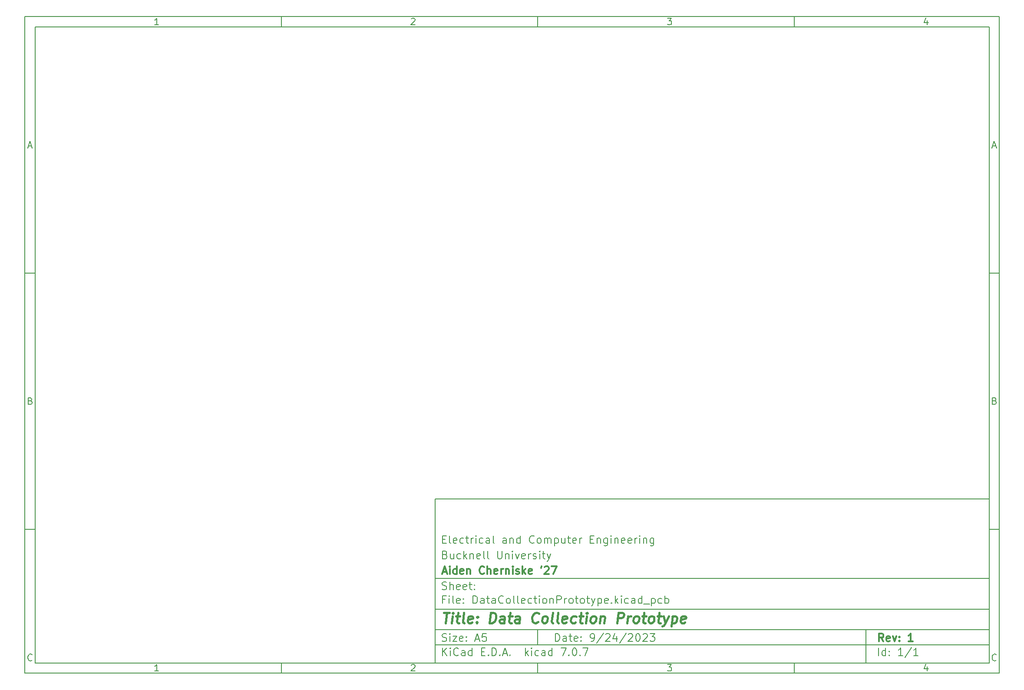
<source format=gbr>
%TF.GenerationSoftware,KiCad,Pcbnew,7.0.7*%
%TF.CreationDate,2023-09-27T12:08:52-04:00*%
%TF.ProjectId,DataCollectionPrototype,44617461-436f-46c6-9c65-6374696f6e50,1*%
%TF.SameCoordinates,Original*%
%TF.FileFunction,Paste,Top*%
%TF.FilePolarity,Positive*%
%FSLAX46Y46*%
G04 Gerber Fmt 4.6, Leading zero omitted, Abs format (unit mm)*
G04 Created by KiCad (PCBNEW 7.0.7) date 2023-09-27 12:08:52*
%MOMM*%
%LPD*%
G01*
G04 APERTURE LIST*
%ADD10C,0.100000*%
%ADD11C,0.150000*%
%ADD12C,0.300000*%
%ADD13C,0.400000*%
G04 APERTURE END LIST*
D10*
D11*
X90007200Y-104005800D02*
X198007200Y-104005800D01*
X198007200Y-136005800D01*
X90007200Y-136005800D01*
X90007200Y-104005800D01*
D10*
D11*
X10000000Y-10000000D02*
X200007200Y-10000000D01*
X200007200Y-138005800D01*
X10000000Y-138005800D01*
X10000000Y-10000000D01*
D10*
D11*
X12000000Y-12000000D02*
X198007200Y-12000000D01*
X198007200Y-136005800D01*
X12000000Y-136005800D01*
X12000000Y-12000000D01*
D10*
D11*
X60000000Y-12000000D02*
X60000000Y-10000000D01*
D10*
D11*
X110000000Y-12000000D02*
X110000000Y-10000000D01*
D10*
D11*
X160000000Y-12000000D02*
X160000000Y-10000000D01*
D10*
D11*
X36089160Y-11593604D02*
X35346303Y-11593604D01*
X35717731Y-11593604D02*
X35717731Y-10293604D01*
X35717731Y-10293604D02*
X35593922Y-10479319D01*
X35593922Y-10479319D02*
X35470112Y-10603128D01*
X35470112Y-10603128D02*
X35346303Y-10665033D01*
D10*
D11*
X85346303Y-10417414D02*
X85408207Y-10355509D01*
X85408207Y-10355509D02*
X85532017Y-10293604D01*
X85532017Y-10293604D02*
X85841541Y-10293604D01*
X85841541Y-10293604D02*
X85965350Y-10355509D01*
X85965350Y-10355509D02*
X86027255Y-10417414D01*
X86027255Y-10417414D02*
X86089160Y-10541223D01*
X86089160Y-10541223D02*
X86089160Y-10665033D01*
X86089160Y-10665033D02*
X86027255Y-10850747D01*
X86027255Y-10850747D02*
X85284398Y-11593604D01*
X85284398Y-11593604D02*
X86089160Y-11593604D01*
D10*
D11*
X135284398Y-10293604D02*
X136089160Y-10293604D01*
X136089160Y-10293604D02*
X135655826Y-10788842D01*
X135655826Y-10788842D02*
X135841541Y-10788842D01*
X135841541Y-10788842D02*
X135965350Y-10850747D01*
X135965350Y-10850747D02*
X136027255Y-10912652D01*
X136027255Y-10912652D02*
X136089160Y-11036461D01*
X136089160Y-11036461D02*
X136089160Y-11345985D01*
X136089160Y-11345985D02*
X136027255Y-11469795D01*
X136027255Y-11469795D02*
X135965350Y-11531700D01*
X135965350Y-11531700D02*
X135841541Y-11593604D01*
X135841541Y-11593604D02*
X135470112Y-11593604D01*
X135470112Y-11593604D02*
X135346303Y-11531700D01*
X135346303Y-11531700D02*
X135284398Y-11469795D01*
D10*
D11*
X185965350Y-10726938D02*
X185965350Y-11593604D01*
X185655826Y-10231700D02*
X185346303Y-11160271D01*
X185346303Y-11160271D02*
X186151064Y-11160271D01*
D10*
D11*
X60000000Y-136005800D02*
X60000000Y-138005800D01*
D10*
D11*
X110000000Y-136005800D02*
X110000000Y-138005800D01*
D10*
D11*
X160000000Y-136005800D02*
X160000000Y-138005800D01*
D10*
D11*
X36089160Y-137599404D02*
X35346303Y-137599404D01*
X35717731Y-137599404D02*
X35717731Y-136299404D01*
X35717731Y-136299404D02*
X35593922Y-136485119D01*
X35593922Y-136485119D02*
X35470112Y-136608928D01*
X35470112Y-136608928D02*
X35346303Y-136670833D01*
D10*
D11*
X85346303Y-136423214D02*
X85408207Y-136361309D01*
X85408207Y-136361309D02*
X85532017Y-136299404D01*
X85532017Y-136299404D02*
X85841541Y-136299404D01*
X85841541Y-136299404D02*
X85965350Y-136361309D01*
X85965350Y-136361309D02*
X86027255Y-136423214D01*
X86027255Y-136423214D02*
X86089160Y-136547023D01*
X86089160Y-136547023D02*
X86089160Y-136670833D01*
X86089160Y-136670833D02*
X86027255Y-136856547D01*
X86027255Y-136856547D02*
X85284398Y-137599404D01*
X85284398Y-137599404D02*
X86089160Y-137599404D01*
D10*
D11*
X135284398Y-136299404D02*
X136089160Y-136299404D01*
X136089160Y-136299404D02*
X135655826Y-136794642D01*
X135655826Y-136794642D02*
X135841541Y-136794642D01*
X135841541Y-136794642D02*
X135965350Y-136856547D01*
X135965350Y-136856547D02*
X136027255Y-136918452D01*
X136027255Y-136918452D02*
X136089160Y-137042261D01*
X136089160Y-137042261D02*
X136089160Y-137351785D01*
X136089160Y-137351785D02*
X136027255Y-137475595D01*
X136027255Y-137475595D02*
X135965350Y-137537500D01*
X135965350Y-137537500D02*
X135841541Y-137599404D01*
X135841541Y-137599404D02*
X135470112Y-137599404D01*
X135470112Y-137599404D02*
X135346303Y-137537500D01*
X135346303Y-137537500D02*
X135284398Y-137475595D01*
D10*
D11*
X185965350Y-136732738D02*
X185965350Y-137599404D01*
X185655826Y-136237500D02*
X185346303Y-137166071D01*
X185346303Y-137166071D02*
X186151064Y-137166071D01*
D10*
D11*
X10000000Y-60000000D02*
X12000000Y-60000000D01*
D10*
D11*
X10000000Y-110000000D02*
X12000000Y-110000000D01*
D10*
D11*
X10690476Y-35222176D02*
X11309523Y-35222176D01*
X10566666Y-35593604D02*
X10999999Y-34293604D01*
X10999999Y-34293604D02*
X11433333Y-35593604D01*
D10*
D11*
X11092857Y-84912652D02*
X11278571Y-84974557D01*
X11278571Y-84974557D02*
X11340476Y-85036461D01*
X11340476Y-85036461D02*
X11402380Y-85160271D01*
X11402380Y-85160271D02*
X11402380Y-85345985D01*
X11402380Y-85345985D02*
X11340476Y-85469795D01*
X11340476Y-85469795D02*
X11278571Y-85531700D01*
X11278571Y-85531700D02*
X11154761Y-85593604D01*
X11154761Y-85593604D02*
X10659523Y-85593604D01*
X10659523Y-85593604D02*
X10659523Y-84293604D01*
X10659523Y-84293604D02*
X11092857Y-84293604D01*
X11092857Y-84293604D02*
X11216666Y-84355509D01*
X11216666Y-84355509D02*
X11278571Y-84417414D01*
X11278571Y-84417414D02*
X11340476Y-84541223D01*
X11340476Y-84541223D02*
X11340476Y-84665033D01*
X11340476Y-84665033D02*
X11278571Y-84788842D01*
X11278571Y-84788842D02*
X11216666Y-84850747D01*
X11216666Y-84850747D02*
X11092857Y-84912652D01*
X11092857Y-84912652D02*
X10659523Y-84912652D01*
D10*
D11*
X11402380Y-135469795D02*
X11340476Y-135531700D01*
X11340476Y-135531700D02*
X11154761Y-135593604D01*
X11154761Y-135593604D02*
X11030952Y-135593604D01*
X11030952Y-135593604D02*
X10845238Y-135531700D01*
X10845238Y-135531700D02*
X10721428Y-135407890D01*
X10721428Y-135407890D02*
X10659523Y-135284080D01*
X10659523Y-135284080D02*
X10597619Y-135036461D01*
X10597619Y-135036461D02*
X10597619Y-134850747D01*
X10597619Y-134850747D02*
X10659523Y-134603128D01*
X10659523Y-134603128D02*
X10721428Y-134479319D01*
X10721428Y-134479319D02*
X10845238Y-134355509D01*
X10845238Y-134355509D02*
X11030952Y-134293604D01*
X11030952Y-134293604D02*
X11154761Y-134293604D01*
X11154761Y-134293604D02*
X11340476Y-134355509D01*
X11340476Y-134355509D02*
X11402380Y-134417414D01*
D10*
D11*
X200007200Y-60000000D02*
X198007200Y-60000000D01*
D10*
D11*
X200007200Y-110000000D02*
X198007200Y-110000000D01*
D10*
D11*
X198697676Y-35222176D02*
X199316723Y-35222176D01*
X198573866Y-35593604D02*
X199007199Y-34293604D01*
X199007199Y-34293604D02*
X199440533Y-35593604D01*
D10*
D11*
X199100057Y-84912652D02*
X199285771Y-84974557D01*
X199285771Y-84974557D02*
X199347676Y-85036461D01*
X199347676Y-85036461D02*
X199409580Y-85160271D01*
X199409580Y-85160271D02*
X199409580Y-85345985D01*
X199409580Y-85345985D02*
X199347676Y-85469795D01*
X199347676Y-85469795D02*
X199285771Y-85531700D01*
X199285771Y-85531700D02*
X199161961Y-85593604D01*
X199161961Y-85593604D02*
X198666723Y-85593604D01*
X198666723Y-85593604D02*
X198666723Y-84293604D01*
X198666723Y-84293604D02*
X199100057Y-84293604D01*
X199100057Y-84293604D02*
X199223866Y-84355509D01*
X199223866Y-84355509D02*
X199285771Y-84417414D01*
X199285771Y-84417414D02*
X199347676Y-84541223D01*
X199347676Y-84541223D02*
X199347676Y-84665033D01*
X199347676Y-84665033D02*
X199285771Y-84788842D01*
X199285771Y-84788842D02*
X199223866Y-84850747D01*
X199223866Y-84850747D02*
X199100057Y-84912652D01*
X199100057Y-84912652D02*
X198666723Y-84912652D01*
D10*
D11*
X199409580Y-135469795D02*
X199347676Y-135531700D01*
X199347676Y-135531700D02*
X199161961Y-135593604D01*
X199161961Y-135593604D02*
X199038152Y-135593604D01*
X199038152Y-135593604D02*
X198852438Y-135531700D01*
X198852438Y-135531700D02*
X198728628Y-135407890D01*
X198728628Y-135407890D02*
X198666723Y-135284080D01*
X198666723Y-135284080D02*
X198604819Y-135036461D01*
X198604819Y-135036461D02*
X198604819Y-134850747D01*
X198604819Y-134850747D02*
X198666723Y-134603128D01*
X198666723Y-134603128D02*
X198728628Y-134479319D01*
X198728628Y-134479319D02*
X198852438Y-134355509D01*
X198852438Y-134355509D02*
X199038152Y-134293604D01*
X199038152Y-134293604D02*
X199161961Y-134293604D01*
X199161961Y-134293604D02*
X199347676Y-134355509D01*
X199347676Y-134355509D02*
X199409580Y-134417414D01*
D10*
D11*
X113463026Y-131791928D02*
X113463026Y-130291928D01*
X113463026Y-130291928D02*
X113820169Y-130291928D01*
X113820169Y-130291928D02*
X114034455Y-130363357D01*
X114034455Y-130363357D02*
X114177312Y-130506214D01*
X114177312Y-130506214D02*
X114248741Y-130649071D01*
X114248741Y-130649071D02*
X114320169Y-130934785D01*
X114320169Y-130934785D02*
X114320169Y-131149071D01*
X114320169Y-131149071D02*
X114248741Y-131434785D01*
X114248741Y-131434785D02*
X114177312Y-131577642D01*
X114177312Y-131577642D02*
X114034455Y-131720500D01*
X114034455Y-131720500D02*
X113820169Y-131791928D01*
X113820169Y-131791928D02*
X113463026Y-131791928D01*
X115605884Y-131791928D02*
X115605884Y-131006214D01*
X115605884Y-131006214D02*
X115534455Y-130863357D01*
X115534455Y-130863357D02*
X115391598Y-130791928D01*
X115391598Y-130791928D02*
X115105884Y-130791928D01*
X115105884Y-130791928D02*
X114963026Y-130863357D01*
X115605884Y-131720500D02*
X115463026Y-131791928D01*
X115463026Y-131791928D02*
X115105884Y-131791928D01*
X115105884Y-131791928D02*
X114963026Y-131720500D01*
X114963026Y-131720500D02*
X114891598Y-131577642D01*
X114891598Y-131577642D02*
X114891598Y-131434785D01*
X114891598Y-131434785D02*
X114963026Y-131291928D01*
X114963026Y-131291928D02*
X115105884Y-131220500D01*
X115105884Y-131220500D02*
X115463026Y-131220500D01*
X115463026Y-131220500D02*
X115605884Y-131149071D01*
X116105884Y-130791928D02*
X116677312Y-130791928D01*
X116320169Y-130291928D02*
X116320169Y-131577642D01*
X116320169Y-131577642D02*
X116391598Y-131720500D01*
X116391598Y-131720500D02*
X116534455Y-131791928D01*
X116534455Y-131791928D02*
X116677312Y-131791928D01*
X117748741Y-131720500D02*
X117605884Y-131791928D01*
X117605884Y-131791928D02*
X117320170Y-131791928D01*
X117320170Y-131791928D02*
X117177312Y-131720500D01*
X117177312Y-131720500D02*
X117105884Y-131577642D01*
X117105884Y-131577642D02*
X117105884Y-131006214D01*
X117105884Y-131006214D02*
X117177312Y-130863357D01*
X117177312Y-130863357D02*
X117320170Y-130791928D01*
X117320170Y-130791928D02*
X117605884Y-130791928D01*
X117605884Y-130791928D02*
X117748741Y-130863357D01*
X117748741Y-130863357D02*
X117820170Y-131006214D01*
X117820170Y-131006214D02*
X117820170Y-131149071D01*
X117820170Y-131149071D02*
X117105884Y-131291928D01*
X118463026Y-131649071D02*
X118534455Y-131720500D01*
X118534455Y-131720500D02*
X118463026Y-131791928D01*
X118463026Y-131791928D02*
X118391598Y-131720500D01*
X118391598Y-131720500D02*
X118463026Y-131649071D01*
X118463026Y-131649071D02*
X118463026Y-131791928D01*
X118463026Y-130863357D02*
X118534455Y-130934785D01*
X118534455Y-130934785D02*
X118463026Y-131006214D01*
X118463026Y-131006214D02*
X118391598Y-130934785D01*
X118391598Y-130934785D02*
X118463026Y-130863357D01*
X118463026Y-130863357D02*
X118463026Y-131006214D01*
X120391598Y-131791928D02*
X120677312Y-131791928D01*
X120677312Y-131791928D02*
X120820169Y-131720500D01*
X120820169Y-131720500D02*
X120891598Y-131649071D01*
X120891598Y-131649071D02*
X121034455Y-131434785D01*
X121034455Y-131434785D02*
X121105884Y-131149071D01*
X121105884Y-131149071D02*
X121105884Y-130577642D01*
X121105884Y-130577642D02*
X121034455Y-130434785D01*
X121034455Y-130434785D02*
X120963027Y-130363357D01*
X120963027Y-130363357D02*
X120820169Y-130291928D01*
X120820169Y-130291928D02*
X120534455Y-130291928D01*
X120534455Y-130291928D02*
X120391598Y-130363357D01*
X120391598Y-130363357D02*
X120320169Y-130434785D01*
X120320169Y-130434785D02*
X120248741Y-130577642D01*
X120248741Y-130577642D02*
X120248741Y-130934785D01*
X120248741Y-130934785D02*
X120320169Y-131077642D01*
X120320169Y-131077642D02*
X120391598Y-131149071D01*
X120391598Y-131149071D02*
X120534455Y-131220500D01*
X120534455Y-131220500D02*
X120820169Y-131220500D01*
X120820169Y-131220500D02*
X120963027Y-131149071D01*
X120963027Y-131149071D02*
X121034455Y-131077642D01*
X121034455Y-131077642D02*
X121105884Y-130934785D01*
X122820169Y-130220500D02*
X121534455Y-132149071D01*
X123248741Y-130434785D02*
X123320169Y-130363357D01*
X123320169Y-130363357D02*
X123463027Y-130291928D01*
X123463027Y-130291928D02*
X123820169Y-130291928D01*
X123820169Y-130291928D02*
X123963027Y-130363357D01*
X123963027Y-130363357D02*
X124034455Y-130434785D01*
X124034455Y-130434785D02*
X124105884Y-130577642D01*
X124105884Y-130577642D02*
X124105884Y-130720500D01*
X124105884Y-130720500D02*
X124034455Y-130934785D01*
X124034455Y-130934785D02*
X123177312Y-131791928D01*
X123177312Y-131791928D02*
X124105884Y-131791928D01*
X125391598Y-130791928D02*
X125391598Y-131791928D01*
X125034455Y-130220500D02*
X124677312Y-131291928D01*
X124677312Y-131291928D02*
X125605883Y-131291928D01*
X127248740Y-130220500D02*
X125963026Y-132149071D01*
X127677312Y-130434785D02*
X127748740Y-130363357D01*
X127748740Y-130363357D02*
X127891598Y-130291928D01*
X127891598Y-130291928D02*
X128248740Y-130291928D01*
X128248740Y-130291928D02*
X128391598Y-130363357D01*
X128391598Y-130363357D02*
X128463026Y-130434785D01*
X128463026Y-130434785D02*
X128534455Y-130577642D01*
X128534455Y-130577642D02*
X128534455Y-130720500D01*
X128534455Y-130720500D02*
X128463026Y-130934785D01*
X128463026Y-130934785D02*
X127605883Y-131791928D01*
X127605883Y-131791928D02*
X128534455Y-131791928D01*
X129463026Y-130291928D02*
X129605883Y-130291928D01*
X129605883Y-130291928D02*
X129748740Y-130363357D01*
X129748740Y-130363357D02*
X129820169Y-130434785D01*
X129820169Y-130434785D02*
X129891597Y-130577642D01*
X129891597Y-130577642D02*
X129963026Y-130863357D01*
X129963026Y-130863357D02*
X129963026Y-131220500D01*
X129963026Y-131220500D02*
X129891597Y-131506214D01*
X129891597Y-131506214D02*
X129820169Y-131649071D01*
X129820169Y-131649071D02*
X129748740Y-131720500D01*
X129748740Y-131720500D02*
X129605883Y-131791928D01*
X129605883Y-131791928D02*
X129463026Y-131791928D01*
X129463026Y-131791928D02*
X129320169Y-131720500D01*
X129320169Y-131720500D02*
X129248740Y-131649071D01*
X129248740Y-131649071D02*
X129177311Y-131506214D01*
X129177311Y-131506214D02*
X129105883Y-131220500D01*
X129105883Y-131220500D02*
X129105883Y-130863357D01*
X129105883Y-130863357D02*
X129177311Y-130577642D01*
X129177311Y-130577642D02*
X129248740Y-130434785D01*
X129248740Y-130434785D02*
X129320169Y-130363357D01*
X129320169Y-130363357D02*
X129463026Y-130291928D01*
X130534454Y-130434785D02*
X130605882Y-130363357D01*
X130605882Y-130363357D02*
X130748740Y-130291928D01*
X130748740Y-130291928D02*
X131105882Y-130291928D01*
X131105882Y-130291928D02*
X131248740Y-130363357D01*
X131248740Y-130363357D02*
X131320168Y-130434785D01*
X131320168Y-130434785D02*
X131391597Y-130577642D01*
X131391597Y-130577642D02*
X131391597Y-130720500D01*
X131391597Y-130720500D02*
X131320168Y-130934785D01*
X131320168Y-130934785D02*
X130463025Y-131791928D01*
X130463025Y-131791928D02*
X131391597Y-131791928D01*
X131891596Y-130291928D02*
X132820168Y-130291928D01*
X132820168Y-130291928D02*
X132320168Y-130863357D01*
X132320168Y-130863357D02*
X132534453Y-130863357D01*
X132534453Y-130863357D02*
X132677311Y-130934785D01*
X132677311Y-130934785D02*
X132748739Y-131006214D01*
X132748739Y-131006214D02*
X132820168Y-131149071D01*
X132820168Y-131149071D02*
X132820168Y-131506214D01*
X132820168Y-131506214D02*
X132748739Y-131649071D01*
X132748739Y-131649071D02*
X132677311Y-131720500D01*
X132677311Y-131720500D02*
X132534453Y-131791928D01*
X132534453Y-131791928D02*
X132105882Y-131791928D01*
X132105882Y-131791928D02*
X131963025Y-131720500D01*
X131963025Y-131720500D02*
X131891596Y-131649071D01*
D10*
D11*
X90007200Y-132505800D02*
X198007200Y-132505800D01*
D10*
D11*
X91463026Y-134591928D02*
X91463026Y-133091928D01*
X92320169Y-134591928D02*
X91677312Y-133734785D01*
X92320169Y-133091928D02*
X91463026Y-133949071D01*
X92963026Y-134591928D02*
X92963026Y-133591928D01*
X92963026Y-133091928D02*
X92891598Y-133163357D01*
X92891598Y-133163357D02*
X92963026Y-133234785D01*
X92963026Y-133234785D02*
X93034455Y-133163357D01*
X93034455Y-133163357D02*
X92963026Y-133091928D01*
X92963026Y-133091928D02*
X92963026Y-133234785D01*
X94534455Y-134449071D02*
X94463027Y-134520500D01*
X94463027Y-134520500D02*
X94248741Y-134591928D01*
X94248741Y-134591928D02*
X94105884Y-134591928D01*
X94105884Y-134591928D02*
X93891598Y-134520500D01*
X93891598Y-134520500D02*
X93748741Y-134377642D01*
X93748741Y-134377642D02*
X93677312Y-134234785D01*
X93677312Y-134234785D02*
X93605884Y-133949071D01*
X93605884Y-133949071D02*
X93605884Y-133734785D01*
X93605884Y-133734785D02*
X93677312Y-133449071D01*
X93677312Y-133449071D02*
X93748741Y-133306214D01*
X93748741Y-133306214D02*
X93891598Y-133163357D01*
X93891598Y-133163357D02*
X94105884Y-133091928D01*
X94105884Y-133091928D02*
X94248741Y-133091928D01*
X94248741Y-133091928D02*
X94463027Y-133163357D01*
X94463027Y-133163357D02*
X94534455Y-133234785D01*
X95820170Y-134591928D02*
X95820170Y-133806214D01*
X95820170Y-133806214D02*
X95748741Y-133663357D01*
X95748741Y-133663357D02*
X95605884Y-133591928D01*
X95605884Y-133591928D02*
X95320170Y-133591928D01*
X95320170Y-133591928D02*
X95177312Y-133663357D01*
X95820170Y-134520500D02*
X95677312Y-134591928D01*
X95677312Y-134591928D02*
X95320170Y-134591928D01*
X95320170Y-134591928D02*
X95177312Y-134520500D01*
X95177312Y-134520500D02*
X95105884Y-134377642D01*
X95105884Y-134377642D02*
X95105884Y-134234785D01*
X95105884Y-134234785D02*
X95177312Y-134091928D01*
X95177312Y-134091928D02*
X95320170Y-134020500D01*
X95320170Y-134020500D02*
X95677312Y-134020500D01*
X95677312Y-134020500D02*
X95820170Y-133949071D01*
X97177313Y-134591928D02*
X97177313Y-133091928D01*
X97177313Y-134520500D02*
X97034455Y-134591928D01*
X97034455Y-134591928D02*
X96748741Y-134591928D01*
X96748741Y-134591928D02*
X96605884Y-134520500D01*
X96605884Y-134520500D02*
X96534455Y-134449071D01*
X96534455Y-134449071D02*
X96463027Y-134306214D01*
X96463027Y-134306214D02*
X96463027Y-133877642D01*
X96463027Y-133877642D02*
X96534455Y-133734785D01*
X96534455Y-133734785D02*
X96605884Y-133663357D01*
X96605884Y-133663357D02*
X96748741Y-133591928D01*
X96748741Y-133591928D02*
X97034455Y-133591928D01*
X97034455Y-133591928D02*
X97177313Y-133663357D01*
X99034455Y-133806214D02*
X99534455Y-133806214D01*
X99748741Y-134591928D02*
X99034455Y-134591928D01*
X99034455Y-134591928D02*
X99034455Y-133091928D01*
X99034455Y-133091928D02*
X99748741Y-133091928D01*
X100391598Y-134449071D02*
X100463027Y-134520500D01*
X100463027Y-134520500D02*
X100391598Y-134591928D01*
X100391598Y-134591928D02*
X100320170Y-134520500D01*
X100320170Y-134520500D02*
X100391598Y-134449071D01*
X100391598Y-134449071D02*
X100391598Y-134591928D01*
X101105884Y-134591928D02*
X101105884Y-133091928D01*
X101105884Y-133091928D02*
X101463027Y-133091928D01*
X101463027Y-133091928D02*
X101677313Y-133163357D01*
X101677313Y-133163357D02*
X101820170Y-133306214D01*
X101820170Y-133306214D02*
X101891599Y-133449071D01*
X101891599Y-133449071D02*
X101963027Y-133734785D01*
X101963027Y-133734785D02*
X101963027Y-133949071D01*
X101963027Y-133949071D02*
X101891599Y-134234785D01*
X101891599Y-134234785D02*
X101820170Y-134377642D01*
X101820170Y-134377642D02*
X101677313Y-134520500D01*
X101677313Y-134520500D02*
X101463027Y-134591928D01*
X101463027Y-134591928D02*
X101105884Y-134591928D01*
X102605884Y-134449071D02*
X102677313Y-134520500D01*
X102677313Y-134520500D02*
X102605884Y-134591928D01*
X102605884Y-134591928D02*
X102534456Y-134520500D01*
X102534456Y-134520500D02*
X102605884Y-134449071D01*
X102605884Y-134449071D02*
X102605884Y-134591928D01*
X103248742Y-134163357D02*
X103963028Y-134163357D01*
X103105885Y-134591928D02*
X103605885Y-133091928D01*
X103605885Y-133091928D02*
X104105885Y-134591928D01*
X104605884Y-134449071D02*
X104677313Y-134520500D01*
X104677313Y-134520500D02*
X104605884Y-134591928D01*
X104605884Y-134591928D02*
X104534456Y-134520500D01*
X104534456Y-134520500D02*
X104605884Y-134449071D01*
X104605884Y-134449071D02*
X104605884Y-134591928D01*
X107605884Y-134591928D02*
X107605884Y-133091928D01*
X107748742Y-134020500D02*
X108177313Y-134591928D01*
X108177313Y-133591928D02*
X107605884Y-134163357D01*
X108820170Y-134591928D02*
X108820170Y-133591928D01*
X108820170Y-133091928D02*
X108748742Y-133163357D01*
X108748742Y-133163357D02*
X108820170Y-133234785D01*
X108820170Y-133234785D02*
X108891599Y-133163357D01*
X108891599Y-133163357D02*
X108820170Y-133091928D01*
X108820170Y-133091928D02*
X108820170Y-133234785D01*
X110177314Y-134520500D02*
X110034456Y-134591928D01*
X110034456Y-134591928D02*
X109748742Y-134591928D01*
X109748742Y-134591928D02*
X109605885Y-134520500D01*
X109605885Y-134520500D02*
X109534456Y-134449071D01*
X109534456Y-134449071D02*
X109463028Y-134306214D01*
X109463028Y-134306214D02*
X109463028Y-133877642D01*
X109463028Y-133877642D02*
X109534456Y-133734785D01*
X109534456Y-133734785D02*
X109605885Y-133663357D01*
X109605885Y-133663357D02*
X109748742Y-133591928D01*
X109748742Y-133591928D02*
X110034456Y-133591928D01*
X110034456Y-133591928D02*
X110177314Y-133663357D01*
X111463028Y-134591928D02*
X111463028Y-133806214D01*
X111463028Y-133806214D02*
X111391599Y-133663357D01*
X111391599Y-133663357D02*
X111248742Y-133591928D01*
X111248742Y-133591928D02*
X110963028Y-133591928D01*
X110963028Y-133591928D02*
X110820170Y-133663357D01*
X111463028Y-134520500D02*
X111320170Y-134591928D01*
X111320170Y-134591928D02*
X110963028Y-134591928D01*
X110963028Y-134591928D02*
X110820170Y-134520500D01*
X110820170Y-134520500D02*
X110748742Y-134377642D01*
X110748742Y-134377642D02*
X110748742Y-134234785D01*
X110748742Y-134234785D02*
X110820170Y-134091928D01*
X110820170Y-134091928D02*
X110963028Y-134020500D01*
X110963028Y-134020500D02*
X111320170Y-134020500D01*
X111320170Y-134020500D02*
X111463028Y-133949071D01*
X112820171Y-134591928D02*
X112820171Y-133091928D01*
X112820171Y-134520500D02*
X112677313Y-134591928D01*
X112677313Y-134591928D02*
X112391599Y-134591928D01*
X112391599Y-134591928D02*
X112248742Y-134520500D01*
X112248742Y-134520500D02*
X112177313Y-134449071D01*
X112177313Y-134449071D02*
X112105885Y-134306214D01*
X112105885Y-134306214D02*
X112105885Y-133877642D01*
X112105885Y-133877642D02*
X112177313Y-133734785D01*
X112177313Y-133734785D02*
X112248742Y-133663357D01*
X112248742Y-133663357D02*
X112391599Y-133591928D01*
X112391599Y-133591928D02*
X112677313Y-133591928D01*
X112677313Y-133591928D02*
X112820171Y-133663357D01*
X114534456Y-133091928D02*
X115534456Y-133091928D01*
X115534456Y-133091928D02*
X114891599Y-134591928D01*
X116105884Y-134449071D02*
X116177313Y-134520500D01*
X116177313Y-134520500D02*
X116105884Y-134591928D01*
X116105884Y-134591928D02*
X116034456Y-134520500D01*
X116034456Y-134520500D02*
X116105884Y-134449071D01*
X116105884Y-134449071D02*
X116105884Y-134591928D01*
X117105885Y-133091928D02*
X117248742Y-133091928D01*
X117248742Y-133091928D02*
X117391599Y-133163357D01*
X117391599Y-133163357D02*
X117463028Y-133234785D01*
X117463028Y-133234785D02*
X117534456Y-133377642D01*
X117534456Y-133377642D02*
X117605885Y-133663357D01*
X117605885Y-133663357D02*
X117605885Y-134020500D01*
X117605885Y-134020500D02*
X117534456Y-134306214D01*
X117534456Y-134306214D02*
X117463028Y-134449071D01*
X117463028Y-134449071D02*
X117391599Y-134520500D01*
X117391599Y-134520500D02*
X117248742Y-134591928D01*
X117248742Y-134591928D02*
X117105885Y-134591928D01*
X117105885Y-134591928D02*
X116963028Y-134520500D01*
X116963028Y-134520500D02*
X116891599Y-134449071D01*
X116891599Y-134449071D02*
X116820170Y-134306214D01*
X116820170Y-134306214D02*
X116748742Y-134020500D01*
X116748742Y-134020500D02*
X116748742Y-133663357D01*
X116748742Y-133663357D02*
X116820170Y-133377642D01*
X116820170Y-133377642D02*
X116891599Y-133234785D01*
X116891599Y-133234785D02*
X116963028Y-133163357D01*
X116963028Y-133163357D02*
X117105885Y-133091928D01*
X118248741Y-134449071D02*
X118320170Y-134520500D01*
X118320170Y-134520500D02*
X118248741Y-134591928D01*
X118248741Y-134591928D02*
X118177313Y-134520500D01*
X118177313Y-134520500D02*
X118248741Y-134449071D01*
X118248741Y-134449071D02*
X118248741Y-134591928D01*
X118820170Y-133091928D02*
X119820170Y-133091928D01*
X119820170Y-133091928D02*
X119177313Y-134591928D01*
D10*
D11*
X90007200Y-129505800D02*
X198007200Y-129505800D01*
D10*
D12*
X177418853Y-131784128D02*
X176918853Y-131069842D01*
X176561710Y-131784128D02*
X176561710Y-130284128D01*
X176561710Y-130284128D02*
X177133139Y-130284128D01*
X177133139Y-130284128D02*
X177275996Y-130355557D01*
X177275996Y-130355557D02*
X177347425Y-130426985D01*
X177347425Y-130426985D02*
X177418853Y-130569842D01*
X177418853Y-130569842D02*
X177418853Y-130784128D01*
X177418853Y-130784128D02*
X177347425Y-130926985D01*
X177347425Y-130926985D02*
X177275996Y-130998414D01*
X177275996Y-130998414D02*
X177133139Y-131069842D01*
X177133139Y-131069842D02*
X176561710Y-131069842D01*
X178633139Y-131712700D02*
X178490282Y-131784128D01*
X178490282Y-131784128D02*
X178204568Y-131784128D01*
X178204568Y-131784128D02*
X178061710Y-131712700D01*
X178061710Y-131712700D02*
X177990282Y-131569842D01*
X177990282Y-131569842D02*
X177990282Y-130998414D01*
X177990282Y-130998414D02*
X178061710Y-130855557D01*
X178061710Y-130855557D02*
X178204568Y-130784128D01*
X178204568Y-130784128D02*
X178490282Y-130784128D01*
X178490282Y-130784128D02*
X178633139Y-130855557D01*
X178633139Y-130855557D02*
X178704568Y-130998414D01*
X178704568Y-130998414D02*
X178704568Y-131141271D01*
X178704568Y-131141271D02*
X177990282Y-131284128D01*
X179204567Y-130784128D02*
X179561710Y-131784128D01*
X179561710Y-131784128D02*
X179918853Y-130784128D01*
X180490281Y-131641271D02*
X180561710Y-131712700D01*
X180561710Y-131712700D02*
X180490281Y-131784128D01*
X180490281Y-131784128D02*
X180418853Y-131712700D01*
X180418853Y-131712700D02*
X180490281Y-131641271D01*
X180490281Y-131641271D02*
X180490281Y-131784128D01*
X180490281Y-130855557D02*
X180561710Y-130926985D01*
X180561710Y-130926985D02*
X180490281Y-130998414D01*
X180490281Y-130998414D02*
X180418853Y-130926985D01*
X180418853Y-130926985D02*
X180490281Y-130855557D01*
X180490281Y-130855557D02*
X180490281Y-130998414D01*
X183133139Y-131784128D02*
X182275996Y-131784128D01*
X182704567Y-131784128D02*
X182704567Y-130284128D01*
X182704567Y-130284128D02*
X182561710Y-130498414D01*
X182561710Y-130498414D02*
X182418853Y-130641271D01*
X182418853Y-130641271D02*
X182275996Y-130712700D01*
D10*
D11*
X91391598Y-131720500D02*
X91605884Y-131791928D01*
X91605884Y-131791928D02*
X91963026Y-131791928D01*
X91963026Y-131791928D02*
X92105884Y-131720500D01*
X92105884Y-131720500D02*
X92177312Y-131649071D01*
X92177312Y-131649071D02*
X92248741Y-131506214D01*
X92248741Y-131506214D02*
X92248741Y-131363357D01*
X92248741Y-131363357D02*
X92177312Y-131220500D01*
X92177312Y-131220500D02*
X92105884Y-131149071D01*
X92105884Y-131149071D02*
X91963026Y-131077642D01*
X91963026Y-131077642D02*
X91677312Y-131006214D01*
X91677312Y-131006214D02*
X91534455Y-130934785D01*
X91534455Y-130934785D02*
X91463026Y-130863357D01*
X91463026Y-130863357D02*
X91391598Y-130720500D01*
X91391598Y-130720500D02*
X91391598Y-130577642D01*
X91391598Y-130577642D02*
X91463026Y-130434785D01*
X91463026Y-130434785D02*
X91534455Y-130363357D01*
X91534455Y-130363357D02*
X91677312Y-130291928D01*
X91677312Y-130291928D02*
X92034455Y-130291928D01*
X92034455Y-130291928D02*
X92248741Y-130363357D01*
X92891597Y-131791928D02*
X92891597Y-130791928D01*
X92891597Y-130291928D02*
X92820169Y-130363357D01*
X92820169Y-130363357D02*
X92891597Y-130434785D01*
X92891597Y-130434785D02*
X92963026Y-130363357D01*
X92963026Y-130363357D02*
X92891597Y-130291928D01*
X92891597Y-130291928D02*
X92891597Y-130434785D01*
X93463026Y-130791928D02*
X94248741Y-130791928D01*
X94248741Y-130791928D02*
X93463026Y-131791928D01*
X93463026Y-131791928D02*
X94248741Y-131791928D01*
X95391598Y-131720500D02*
X95248741Y-131791928D01*
X95248741Y-131791928D02*
X94963027Y-131791928D01*
X94963027Y-131791928D02*
X94820169Y-131720500D01*
X94820169Y-131720500D02*
X94748741Y-131577642D01*
X94748741Y-131577642D02*
X94748741Y-131006214D01*
X94748741Y-131006214D02*
X94820169Y-130863357D01*
X94820169Y-130863357D02*
X94963027Y-130791928D01*
X94963027Y-130791928D02*
X95248741Y-130791928D01*
X95248741Y-130791928D02*
X95391598Y-130863357D01*
X95391598Y-130863357D02*
X95463027Y-131006214D01*
X95463027Y-131006214D02*
X95463027Y-131149071D01*
X95463027Y-131149071D02*
X94748741Y-131291928D01*
X96105883Y-131649071D02*
X96177312Y-131720500D01*
X96177312Y-131720500D02*
X96105883Y-131791928D01*
X96105883Y-131791928D02*
X96034455Y-131720500D01*
X96034455Y-131720500D02*
X96105883Y-131649071D01*
X96105883Y-131649071D02*
X96105883Y-131791928D01*
X96105883Y-130863357D02*
X96177312Y-130934785D01*
X96177312Y-130934785D02*
X96105883Y-131006214D01*
X96105883Y-131006214D02*
X96034455Y-130934785D01*
X96034455Y-130934785D02*
X96105883Y-130863357D01*
X96105883Y-130863357D02*
X96105883Y-131006214D01*
X97891598Y-131363357D02*
X98605884Y-131363357D01*
X97748741Y-131791928D02*
X98248741Y-130291928D01*
X98248741Y-130291928D02*
X98748741Y-131791928D01*
X99963026Y-130291928D02*
X99248740Y-130291928D01*
X99248740Y-130291928D02*
X99177312Y-131006214D01*
X99177312Y-131006214D02*
X99248740Y-130934785D01*
X99248740Y-130934785D02*
X99391598Y-130863357D01*
X99391598Y-130863357D02*
X99748740Y-130863357D01*
X99748740Y-130863357D02*
X99891598Y-130934785D01*
X99891598Y-130934785D02*
X99963026Y-131006214D01*
X99963026Y-131006214D02*
X100034455Y-131149071D01*
X100034455Y-131149071D02*
X100034455Y-131506214D01*
X100034455Y-131506214D02*
X99963026Y-131649071D01*
X99963026Y-131649071D02*
X99891598Y-131720500D01*
X99891598Y-131720500D02*
X99748740Y-131791928D01*
X99748740Y-131791928D02*
X99391598Y-131791928D01*
X99391598Y-131791928D02*
X99248740Y-131720500D01*
X99248740Y-131720500D02*
X99177312Y-131649071D01*
D10*
D11*
X176463026Y-134591928D02*
X176463026Y-133091928D01*
X177820170Y-134591928D02*
X177820170Y-133091928D01*
X177820170Y-134520500D02*
X177677312Y-134591928D01*
X177677312Y-134591928D02*
X177391598Y-134591928D01*
X177391598Y-134591928D02*
X177248741Y-134520500D01*
X177248741Y-134520500D02*
X177177312Y-134449071D01*
X177177312Y-134449071D02*
X177105884Y-134306214D01*
X177105884Y-134306214D02*
X177105884Y-133877642D01*
X177105884Y-133877642D02*
X177177312Y-133734785D01*
X177177312Y-133734785D02*
X177248741Y-133663357D01*
X177248741Y-133663357D02*
X177391598Y-133591928D01*
X177391598Y-133591928D02*
X177677312Y-133591928D01*
X177677312Y-133591928D02*
X177820170Y-133663357D01*
X178534455Y-134449071D02*
X178605884Y-134520500D01*
X178605884Y-134520500D02*
X178534455Y-134591928D01*
X178534455Y-134591928D02*
X178463027Y-134520500D01*
X178463027Y-134520500D02*
X178534455Y-134449071D01*
X178534455Y-134449071D02*
X178534455Y-134591928D01*
X178534455Y-133663357D02*
X178605884Y-133734785D01*
X178605884Y-133734785D02*
X178534455Y-133806214D01*
X178534455Y-133806214D02*
X178463027Y-133734785D01*
X178463027Y-133734785D02*
X178534455Y-133663357D01*
X178534455Y-133663357D02*
X178534455Y-133806214D01*
X181177313Y-134591928D02*
X180320170Y-134591928D01*
X180748741Y-134591928D02*
X180748741Y-133091928D01*
X180748741Y-133091928D02*
X180605884Y-133306214D01*
X180605884Y-133306214D02*
X180463027Y-133449071D01*
X180463027Y-133449071D02*
X180320170Y-133520500D01*
X182891598Y-133020500D02*
X181605884Y-134949071D01*
X184177313Y-134591928D02*
X183320170Y-134591928D01*
X183748741Y-134591928D02*
X183748741Y-133091928D01*
X183748741Y-133091928D02*
X183605884Y-133306214D01*
X183605884Y-133306214D02*
X183463027Y-133449071D01*
X183463027Y-133449071D02*
X183320170Y-133520500D01*
D10*
D11*
X90007200Y-125505800D02*
X198007200Y-125505800D01*
D10*
D13*
X91698928Y-126210238D02*
X92841785Y-126210238D01*
X92020357Y-128210238D02*
X92270357Y-126210238D01*
X93258452Y-128210238D02*
X93425119Y-126876904D01*
X93508452Y-126210238D02*
X93401309Y-126305476D01*
X93401309Y-126305476D02*
X93484643Y-126400714D01*
X93484643Y-126400714D02*
X93591786Y-126305476D01*
X93591786Y-126305476D02*
X93508452Y-126210238D01*
X93508452Y-126210238D02*
X93484643Y-126400714D01*
X94091786Y-126876904D02*
X94853690Y-126876904D01*
X94460833Y-126210238D02*
X94246548Y-127924523D01*
X94246548Y-127924523D02*
X94317976Y-128115000D01*
X94317976Y-128115000D02*
X94496548Y-128210238D01*
X94496548Y-128210238D02*
X94687024Y-128210238D01*
X95639405Y-128210238D02*
X95460833Y-128115000D01*
X95460833Y-128115000D02*
X95389405Y-127924523D01*
X95389405Y-127924523D02*
X95603690Y-126210238D01*
X97175119Y-128115000D02*
X96972738Y-128210238D01*
X96972738Y-128210238D02*
X96591785Y-128210238D01*
X96591785Y-128210238D02*
X96413214Y-128115000D01*
X96413214Y-128115000D02*
X96341785Y-127924523D01*
X96341785Y-127924523D02*
X96437024Y-127162619D01*
X96437024Y-127162619D02*
X96556071Y-126972142D01*
X96556071Y-126972142D02*
X96758452Y-126876904D01*
X96758452Y-126876904D02*
X97139404Y-126876904D01*
X97139404Y-126876904D02*
X97317976Y-126972142D01*
X97317976Y-126972142D02*
X97389404Y-127162619D01*
X97389404Y-127162619D02*
X97365595Y-127353095D01*
X97365595Y-127353095D02*
X96389404Y-127543571D01*
X98139405Y-128019761D02*
X98222738Y-128115000D01*
X98222738Y-128115000D02*
X98115595Y-128210238D01*
X98115595Y-128210238D02*
X98032262Y-128115000D01*
X98032262Y-128115000D02*
X98139405Y-128019761D01*
X98139405Y-128019761D02*
X98115595Y-128210238D01*
X98270357Y-126972142D02*
X98353690Y-127067380D01*
X98353690Y-127067380D02*
X98246548Y-127162619D01*
X98246548Y-127162619D02*
X98163214Y-127067380D01*
X98163214Y-127067380D02*
X98270357Y-126972142D01*
X98270357Y-126972142D02*
X98246548Y-127162619D01*
X100591786Y-128210238D02*
X100841786Y-126210238D01*
X100841786Y-126210238D02*
X101317977Y-126210238D01*
X101317977Y-126210238D02*
X101591786Y-126305476D01*
X101591786Y-126305476D02*
X101758453Y-126495952D01*
X101758453Y-126495952D02*
X101829881Y-126686428D01*
X101829881Y-126686428D02*
X101877501Y-127067380D01*
X101877501Y-127067380D02*
X101841786Y-127353095D01*
X101841786Y-127353095D02*
X101698929Y-127734047D01*
X101698929Y-127734047D02*
X101579881Y-127924523D01*
X101579881Y-127924523D02*
X101365596Y-128115000D01*
X101365596Y-128115000D02*
X101067977Y-128210238D01*
X101067977Y-128210238D02*
X100591786Y-128210238D01*
X103448929Y-128210238D02*
X103579881Y-127162619D01*
X103579881Y-127162619D02*
X103508453Y-126972142D01*
X103508453Y-126972142D02*
X103329881Y-126876904D01*
X103329881Y-126876904D02*
X102948929Y-126876904D01*
X102948929Y-126876904D02*
X102746548Y-126972142D01*
X103460834Y-128115000D02*
X103258453Y-128210238D01*
X103258453Y-128210238D02*
X102782262Y-128210238D01*
X102782262Y-128210238D02*
X102603691Y-128115000D01*
X102603691Y-128115000D02*
X102532262Y-127924523D01*
X102532262Y-127924523D02*
X102556072Y-127734047D01*
X102556072Y-127734047D02*
X102675120Y-127543571D01*
X102675120Y-127543571D02*
X102877501Y-127448333D01*
X102877501Y-127448333D02*
X103353691Y-127448333D01*
X103353691Y-127448333D02*
X103556072Y-127353095D01*
X104282263Y-126876904D02*
X105044167Y-126876904D01*
X104651310Y-126210238D02*
X104437025Y-127924523D01*
X104437025Y-127924523D02*
X104508453Y-128115000D01*
X104508453Y-128115000D02*
X104687025Y-128210238D01*
X104687025Y-128210238D02*
X104877501Y-128210238D01*
X106401310Y-128210238D02*
X106532262Y-127162619D01*
X106532262Y-127162619D02*
X106460834Y-126972142D01*
X106460834Y-126972142D02*
X106282262Y-126876904D01*
X106282262Y-126876904D02*
X105901310Y-126876904D01*
X105901310Y-126876904D02*
X105698929Y-126972142D01*
X106413215Y-128115000D02*
X106210834Y-128210238D01*
X106210834Y-128210238D02*
X105734643Y-128210238D01*
X105734643Y-128210238D02*
X105556072Y-128115000D01*
X105556072Y-128115000D02*
X105484643Y-127924523D01*
X105484643Y-127924523D02*
X105508453Y-127734047D01*
X105508453Y-127734047D02*
X105627501Y-127543571D01*
X105627501Y-127543571D02*
X105829882Y-127448333D01*
X105829882Y-127448333D02*
X106306072Y-127448333D01*
X106306072Y-127448333D02*
X106508453Y-127353095D01*
X110044168Y-128019761D02*
X109937025Y-128115000D01*
X109937025Y-128115000D02*
X109639406Y-128210238D01*
X109639406Y-128210238D02*
X109448930Y-128210238D01*
X109448930Y-128210238D02*
X109175120Y-128115000D01*
X109175120Y-128115000D02*
X109008454Y-127924523D01*
X109008454Y-127924523D02*
X108937025Y-127734047D01*
X108937025Y-127734047D02*
X108889406Y-127353095D01*
X108889406Y-127353095D02*
X108925120Y-127067380D01*
X108925120Y-127067380D02*
X109067977Y-126686428D01*
X109067977Y-126686428D02*
X109187025Y-126495952D01*
X109187025Y-126495952D02*
X109401311Y-126305476D01*
X109401311Y-126305476D02*
X109698930Y-126210238D01*
X109698930Y-126210238D02*
X109889406Y-126210238D01*
X109889406Y-126210238D02*
X110163216Y-126305476D01*
X110163216Y-126305476D02*
X110246549Y-126400714D01*
X111163216Y-128210238D02*
X110984644Y-128115000D01*
X110984644Y-128115000D02*
X110901311Y-128019761D01*
X110901311Y-128019761D02*
X110829882Y-127829285D01*
X110829882Y-127829285D02*
X110901311Y-127257857D01*
X110901311Y-127257857D02*
X111020358Y-127067380D01*
X111020358Y-127067380D02*
X111127501Y-126972142D01*
X111127501Y-126972142D02*
X111329882Y-126876904D01*
X111329882Y-126876904D02*
X111615596Y-126876904D01*
X111615596Y-126876904D02*
X111794168Y-126972142D01*
X111794168Y-126972142D02*
X111877501Y-127067380D01*
X111877501Y-127067380D02*
X111948930Y-127257857D01*
X111948930Y-127257857D02*
X111877501Y-127829285D01*
X111877501Y-127829285D02*
X111758454Y-128019761D01*
X111758454Y-128019761D02*
X111651311Y-128115000D01*
X111651311Y-128115000D02*
X111448930Y-128210238D01*
X111448930Y-128210238D02*
X111163216Y-128210238D01*
X112972740Y-128210238D02*
X112794168Y-128115000D01*
X112794168Y-128115000D02*
X112722740Y-127924523D01*
X112722740Y-127924523D02*
X112937025Y-126210238D01*
X114020359Y-128210238D02*
X113841787Y-128115000D01*
X113841787Y-128115000D02*
X113770359Y-127924523D01*
X113770359Y-127924523D02*
X113984644Y-126210238D01*
X115556073Y-128115000D02*
X115353692Y-128210238D01*
X115353692Y-128210238D02*
X114972739Y-128210238D01*
X114972739Y-128210238D02*
X114794168Y-128115000D01*
X114794168Y-128115000D02*
X114722739Y-127924523D01*
X114722739Y-127924523D02*
X114817978Y-127162619D01*
X114817978Y-127162619D02*
X114937025Y-126972142D01*
X114937025Y-126972142D02*
X115139406Y-126876904D01*
X115139406Y-126876904D02*
X115520358Y-126876904D01*
X115520358Y-126876904D02*
X115698930Y-126972142D01*
X115698930Y-126972142D02*
X115770358Y-127162619D01*
X115770358Y-127162619D02*
X115746549Y-127353095D01*
X115746549Y-127353095D02*
X114770358Y-127543571D01*
X117365597Y-128115000D02*
X117163216Y-128210238D01*
X117163216Y-128210238D02*
X116782264Y-128210238D01*
X116782264Y-128210238D02*
X116603692Y-128115000D01*
X116603692Y-128115000D02*
X116520359Y-128019761D01*
X116520359Y-128019761D02*
X116448930Y-127829285D01*
X116448930Y-127829285D02*
X116520359Y-127257857D01*
X116520359Y-127257857D02*
X116639406Y-127067380D01*
X116639406Y-127067380D02*
X116746549Y-126972142D01*
X116746549Y-126972142D02*
X116948930Y-126876904D01*
X116948930Y-126876904D02*
X117329883Y-126876904D01*
X117329883Y-126876904D02*
X117508454Y-126972142D01*
X118091788Y-126876904D02*
X118853692Y-126876904D01*
X118460835Y-126210238D02*
X118246550Y-127924523D01*
X118246550Y-127924523D02*
X118317978Y-128115000D01*
X118317978Y-128115000D02*
X118496550Y-128210238D01*
X118496550Y-128210238D02*
X118687026Y-128210238D01*
X119353692Y-128210238D02*
X119520359Y-126876904D01*
X119603692Y-126210238D02*
X119496549Y-126305476D01*
X119496549Y-126305476D02*
X119579883Y-126400714D01*
X119579883Y-126400714D02*
X119687026Y-126305476D01*
X119687026Y-126305476D02*
X119603692Y-126210238D01*
X119603692Y-126210238D02*
X119579883Y-126400714D01*
X120591788Y-128210238D02*
X120413216Y-128115000D01*
X120413216Y-128115000D02*
X120329883Y-128019761D01*
X120329883Y-128019761D02*
X120258454Y-127829285D01*
X120258454Y-127829285D02*
X120329883Y-127257857D01*
X120329883Y-127257857D02*
X120448930Y-127067380D01*
X120448930Y-127067380D02*
X120556073Y-126972142D01*
X120556073Y-126972142D02*
X120758454Y-126876904D01*
X120758454Y-126876904D02*
X121044168Y-126876904D01*
X121044168Y-126876904D02*
X121222740Y-126972142D01*
X121222740Y-126972142D02*
X121306073Y-127067380D01*
X121306073Y-127067380D02*
X121377502Y-127257857D01*
X121377502Y-127257857D02*
X121306073Y-127829285D01*
X121306073Y-127829285D02*
X121187026Y-128019761D01*
X121187026Y-128019761D02*
X121079883Y-128115000D01*
X121079883Y-128115000D02*
X120877502Y-128210238D01*
X120877502Y-128210238D02*
X120591788Y-128210238D01*
X122282264Y-126876904D02*
X122115597Y-128210238D01*
X122258454Y-127067380D02*
X122365597Y-126972142D01*
X122365597Y-126972142D02*
X122567978Y-126876904D01*
X122567978Y-126876904D02*
X122853692Y-126876904D01*
X122853692Y-126876904D02*
X123032264Y-126972142D01*
X123032264Y-126972142D02*
X123103692Y-127162619D01*
X123103692Y-127162619D02*
X122972740Y-128210238D01*
X125448931Y-128210238D02*
X125698931Y-126210238D01*
X125698931Y-126210238D02*
X126460836Y-126210238D01*
X126460836Y-126210238D02*
X126639407Y-126305476D01*
X126639407Y-126305476D02*
X126722741Y-126400714D01*
X126722741Y-126400714D02*
X126794169Y-126591190D01*
X126794169Y-126591190D02*
X126758455Y-126876904D01*
X126758455Y-126876904D02*
X126639407Y-127067380D01*
X126639407Y-127067380D02*
X126532265Y-127162619D01*
X126532265Y-127162619D02*
X126329884Y-127257857D01*
X126329884Y-127257857D02*
X125567979Y-127257857D01*
X127448931Y-128210238D02*
X127615598Y-126876904D01*
X127567979Y-127257857D02*
X127687026Y-127067380D01*
X127687026Y-127067380D02*
X127794169Y-126972142D01*
X127794169Y-126972142D02*
X127996550Y-126876904D01*
X127996550Y-126876904D02*
X128187026Y-126876904D01*
X128972741Y-128210238D02*
X128794169Y-128115000D01*
X128794169Y-128115000D02*
X128710836Y-128019761D01*
X128710836Y-128019761D02*
X128639407Y-127829285D01*
X128639407Y-127829285D02*
X128710836Y-127257857D01*
X128710836Y-127257857D02*
X128829883Y-127067380D01*
X128829883Y-127067380D02*
X128937026Y-126972142D01*
X128937026Y-126972142D02*
X129139407Y-126876904D01*
X129139407Y-126876904D02*
X129425121Y-126876904D01*
X129425121Y-126876904D02*
X129603693Y-126972142D01*
X129603693Y-126972142D02*
X129687026Y-127067380D01*
X129687026Y-127067380D02*
X129758455Y-127257857D01*
X129758455Y-127257857D02*
X129687026Y-127829285D01*
X129687026Y-127829285D02*
X129567979Y-128019761D01*
X129567979Y-128019761D02*
X129460836Y-128115000D01*
X129460836Y-128115000D02*
X129258455Y-128210238D01*
X129258455Y-128210238D02*
X128972741Y-128210238D01*
X130377503Y-126876904D02*
X131139407Y-126876904D01*
X130746550Y-126210238D02*
X130532265Y-127924523D01*
X130532265Y-127924523D02*
X130603693Y-128115000D01*
X130603693Y-128115000D02*
X130782265Y-128210238D01*
X130782265Y-128210238D02*
X130972741Y-128210238D01*
X131925122Y-128210238D02*
X131746550Y-128115000D01*
X131746550Y-128115000D02*
X131663217Y-128019761D01*
X131663217Y-128019761D02*
X131591788Y-127829285D01*
X131591788Y-127829285D02*
X131663217Y-127257857D01*
X131663217Y-127257857D02*
X131782264Y-127067380D01*
X131782264Y-127067380D02*
X131889407Y-126972142D01*
X131889407Y-126972142D02*
X132091788Y-126876904D01*
X132091788Y-126876904D02*
X132377502Y-126876904D01*
X132377502Y-126876904D02*
X132556074Y-126972142D01*
X132556074Y-126972142D02*
X132639407Y-127067380D01*
X132639407Y-127067380D02*
X132710836Y-127257857D01*
X132710836Y-127257857D02*
X132639407Y-127829285D01*
X132639407Y-127829285D02*
X132520360Y-128019761D01*
X132520360Y-128019761D02*
X132413217Y-128115000D01*
X132413217Y-128115000D02*
X132210836Y-128210238D01*
X132210836Y-128210238D02*
X131925122Y-128210238D01*
X133329884Y-126876904D02*
X134091788Y-126876904D01*
X133698931Y-126210238D02*
X133484646Y-127924523D01*
X133484646Y-127924523D02*
X133556074Y-128115000D01*
X133556074Y-128115000D02*
X133734646Y-128210238D01*
X133734646Y-128210238D02*
X133925122Y-128210238D01*
X134567979Y-126876904D02*
X134877503Y-128210238D01*
X135520360Y-126876904D02*
X134877503Y-128210238D01*
X134877503Y-128210238D02*
X134627503Y-128686428D01*
X134627503Y-128686428D02*
X134520360Y-128781666D01*
X134520360Y-128781666D02*
X134317979Y-128876904D01*
X136282265Y-126876904D02*
X136032265Y-128876904D01*
X136270360Y-126972142D02*
X136472741Y-126876904D01*
X136472741Y-126876904D02*
X136853693Y-126876904D01*
X136853693Y-126876904D02*
X137032265Y-126972142D01*
X137032265Y-126972142D02*
X137115598Y-127067380D01*
X137115598Y-127067380D02*
X137187027Y-127257857D01*
X137187027Y-127257857D02*
X137115598Y-127829285D01*
X137115598Y-127829285D02*
X136996551Y-128019761D01*
X136996551Y-128019761D02*
X136889408Y-128115000D01*
X136889408Y-128115000D02*
X136687027Y-128210238D01*
X136687027Y-128210238D02*
X136306074Y-128210238D01*
X136306074Y-128210238D02*
X136127503Y-128115000D01*
X138698932Y-128115000D02*
X138496551Y-128210238D01*
X138496551Y-128210238D02*
X138115598Y-128210238D01*
X138115598Y-128210238D02*
X137937027Y-128115000D01*
X137937027Y-128115000D02*
X137865598Y-127924523D01*
X137865598Y-127924523D02*
X137960837Y-127162619D01*
X137960837Y-127162619D02*
X138079884Y-126972142D01*
X138079884Y-126972142D02*
X138282265Y-126876904D01*
X138282265Y-126876904D02*
X138663217Y-126876904D01*
X138663217Y-126876904D02*
X138841789Y-126972142D01*
X138841789Y-126972142D02*
X138913217Y-127162619D01*
X138913217Y-127162619D02*
X138889408Y-127353095D01*
X138889408Y-127353095D02*
X137913217Y-127543571D01*
D10*
D11*
X91963026Y-123606214D02*
X91463026Y-123606214D01*
X91463026Y-124391928D02*
X91463026Y-122891928D01*
X91463026Y-122891928D02*
X92177312Y-122891928D01*
X92748740Y-124391928D02*
X92748740Y-123391928D01*
X92748740Y-122891928D02*
X92677312Y-122963357D01*
X92677312Y-122963357D02*
X92748740Y-123034785D01*
X92748740Y-123034785D02*
X92820169Y-122963357D01*
X92820169Y-122963357D02*
X92748740Y-122891928D01*
X92748740Y-122891928D02*
X92748740Y-123034785D01*
X93677312Y-124391928D02*
X93534455Y-124320500D01*
X93534455Y-124320500D02*
X93463026Y-124177642D01*
X93463026Y-124177642D02*
X93463026Y-122891928D01*
X94820169Y-124320500D02*
X94677312Y-124391928D01*
X94677312Y-124391928D02*
X94391598Y-124391928D01*
X94391598Y-124391928D02*
X94248740Y-124320500D01*
X94248740Y-124320500D02*
X94177312Y-124177642D01*
X94177312Y-124177642D02*
X94177312Y-123606214D01*
X94177312Y-123606214D02*
X94248740Y-123463357D01*
X94248740Y-123463357D02*
X94391598Y-123391928D01*
X94391598Y-123391928D02*
X94677312Y-123391928D01*
X94677312Y-123391928D02*
X94820169Y-123463357D01*
X94820169Y-123463357D02*
X94891598Y-123606214D01*
X94891598Y-123606214D02*
X94891598Y-123749071D01*
X94891598Y-123749071D02*
X94177312Y-123891928D01*
X95534454Y-124249071D02*
X95605883Y-124320500D01*
X95605883Y-124320500D02*
X95534454Y-124391928D01*
X95534454Y-124391928D02*
X95463026Y-124320500D01*
X95463026Y-124320500D02*
X95534454Y-124249071D01*
X95534454Y-124249071D02*
X95534454Y-124391928D01*
X95534454Y-123463357D02*
X95605883Y-123534785D01*
X95605883Y-123534785D02*
X95534454Y-123606214D01*
X95534454Y-123606214D02*
X95463026Y-123534785D01*
X95463026Y-123534785D02*
X95534454Y-123463357D01*
X95534454Y-123463357D02*
X95534454Y-123606214D01*
X97391597Y-124391928D02*
X97391597Y-122891928D01*
X97391597Y-122891928D02*
X97748740Y-122891928D01*
X97748740Y-122891928D02*
X97963026Y-122963357D01*
X97963026Y-122963357D02*
X98105883Y-123106214D01*
X98105883Y-123106214D02*
X98177312Y-123249071D01*
X98177312Y-123249071D02*
X98248740Y-123534785D01*
X98248740Y-123534785D02*
X98248740Y-123749071D01*
X98248740Y-123749071D02*
X98177312Y-124034785D01*
X98177312Y-124034785D02*
X98105883Y-124177642D01*
X98105883Y-124177642D02*
X97963026Y-124320500D01*
X97963026Y-124320500D02*
X97748740Y-124391928D01*
X97748740Y-124391928D02*
X97391597Y-124391928D01*
X99534455Y-124391928D02*
X99534455Y-123606214D01*
X99534455Y-123606214D02*
X99463026Y-123463357D01*
X99463026Y-123463357D02*
X99320169Y-123391928D01*
X99320169Y-123391928D02*
X99034455Y-123391928D01*
X99034455Y-123391928D02*
X98891597Y-123463357D01*
X99534455Y-124320500D02*
X99391597Y-124391928D01*
X99391597Y-124391928D02*
X99034455Y-124391928D01*
X99034455Y-124391928D02*
X98891597Y-124320500D01*
X98891597Y-124320500D02*
X98820169Y-124177642D01*
X98820169Y-124177642D02*
X98820169Y-124034785D01*
X98820169Y-124034785D02*
X98891597Y-123891928D01*
X98891597Y-123891928D02*
X99034455Y-123820500D01*
X99034455Y-123820500D02*
X99391597Y-123820500D01*
X99391597Y-123820500D02*
X99534455Y-123749071D01*
X100034455Y-123391928D02*
X100605883Y-123391928D01*
X100248740Y-122891928D02*
X100248740Y-124177642D01*
X100248740Y-124177642D02*
X100320169Y-124320500D01*
X100320169Y-124320500D02*
X100463026Y-124391928D01*
X100463026Y-124391928D02*
X100605883Y-124391928D01*
X101748741Y-124391928D02*
X101748741Y-123606214D01*
X101748741Y-123606214D02*
X101677312Y-123463357D01*
X101677312Y-123463357D02*
X101534455Y-123391928D01*
X101534455Y-123391928D02*
X101248741Y-123391928D01*
X101248741Y-123391928D02*
X101105883Y-123463357D01*
X101748741Y-124320500D02*
X101605883Y-124391928D01*
X101605883Y-124391928D02*
X101248741Y-124391928D01*
X101248741Y-124391928D02*
X101105883Y-124320500D01*
X101105883Y-124320500D02*
X101034455Y-124177642D01*
X101034455Y-124177642D02*
X101034455Y-124034785D01*
X101034455Y-124034785D02*
X101105883Y-123891928D01*
X101105883Y-123891928D02*
X101248741Y-123820500D01*
X101248741Y-123820500D02*
X101605883Y-123820500D01*
X101605883Y-123820500D02*
X101748741Y-123749071D01*
X103320169Y-124249071D02*
X103248741Y-124320500D01*
X103248741Y-124320500D02*
X103034455Y-124391928D01*
X103034455Y-124391928D02*
X102891598Y-124391928D01*
X102891598Y-124391928D02*
X102677312Y-124320500D01*
X102677312Y-124320500D02*
X102534455Y-124177642D01*
X102534455Y-124177642D02*
X102463026Y-124034785D01*
X102463026Y-124034785D02*
X102391598Y-123749071D01*
X102391598Y-123749071D02*
X102391598Y-123534785D01*
X102391598Y-123534785D02*
X102463026Y-123249071D01*
X102463026Y-123249071D02*
X102534455Y-123106214D01*
X102534455Y-123106214D02*
X102677312Y-122963357D01*
X102677312Y-122963357D02*
X102891598Y-122891928D01*
X102891598Y-122891928D02*
X103034455Y-122891928D01*
X103034455Y-122891928D02*
X103248741Y-122963357D01*
X103248741Y-122963357D02*
X103320169Y-123034785D01*
X104177312Y-124391928D02*
X104034455Y-124320500D01*
X104034455Y-124320500D02*
X103963026Y-124249071D01*
X103963026Y-124249071D02*
X103891598Y-124106214D01*
X103891598Y-124106214D02*
X103891598Y-123677642D01*
X103891598Y-123677642D02*
X103963026Y-123534785D01*
X103963026Y-123534785D02*
X104034455Y-123463357D01*
X104034455Y-123463357D02*
X104177312Y-123391928D01*
X104177312Y-123391928D02*
X104391598Y-123391928D01*
X104391598Y-123391928D02*
X104534455Y-123463357D01*
X104534455Y-123463357D02*
X104605884Y-123534785D01*
X104605884Y-123534785D02*
X104677312Y-123677642D01*
X104677312Y-123677642D02*
X104677312Y-124106214D01*
X104677312Y-124106214D02*
X104605884Y-124249071D01*
X104605884Y-124249071D02*
X104534455Y-124320500D01*
X104534455Y-124320500D02*
X104391598Y-124391928D01*
X104391598Y-124391928D02*
X104177312Y-124391928D01*
X105534455Y-124391928D02*
X105391598Y-124320500D01*
X105391598Y-124320500D02*
X105320169Y-124177642D01*
X105320169Y-124177642D02*
X105320169Y-122891928D01*
X106320169Y-124391928D02*
X106177312Y-124320500D01*
X106177312Y-124320500D02*
X106105883Y-124177642D01*
X106105883Y-124177642D02*
X106105883Y-122891928D01*
X107463026Y-124320500D02*
X107320169Y-124391928D01*
X107320169Y-124391928D02*
X107034455Y-124391928D01*
X107034455Y-124391928D02*
X106891597Y-124320500D01*
X106891597Y-124320500D02*
X106820169Y-124177642D01*
X106820169Y-124177642D02*
X106820169Y-123606214D01*
X106820169Y-123606214D02*
X106891597Y-123463357D01*
X106891597Y-123463357D02*
X107034455Y-123391928D01*
X107034455Y-123391928D02*
X107320169Y-123391928D01*
X107320169Y-123391928D02*
X107463026Y-123463357D01*
X107463026Y-123463357D02*
X107534455Y-123606214D01*
X107534455Y-123606214D02*
X107534455Y-123749071D01*
X107534455Y-123749071D02*
X106820169Y-123891928D01*
X108820169Y-124320500D02*
X108677311Y-124391928D01*
X108677311Y-124391928D02*
X108391597Y-124391928D01*
X108391597Y-124391928D02*
X108248740Y-124320500D01*
X108248740Y-124320500D02*
X108177311Y-124249071D01*
X108177311Y-124249071D02*
X108105883Y-124106214D01*
X108105883Y-124106214D02*
X108105883Y-123677642D01*
X108105883Y-123677642D02*
X108177311Y-123534785D01*
X108177311Y-123534785D02*
X108248740Y-123463357D01*
X108248740Y-123463357D02*
X108391597Y-123391928D01*
X108391597Y-123391928D02*
X108677311Y-123391928D01*
X108677311Y-123391928D02*
X108820169Y-123463357D01*
X109248740Y-123391928D02*
X109820168Y-123391928D01*
X109463025Y-122891928D02*
X109463025Y-124177642D01*
X109463025Y-124177642D02*
X109534454Y-124320500D01*
X109534454Y-124320500D02*
X109677311Y-124391928D01*
X109677311Y-124391928D02*
X109820168Y-124391928D01*
X110320168Y-124391928D02*
X110320168Y-123391928D01*
X110320168Y-122891928D02*
X110248740Y-122963357D01*
X110248740Y-122963357D02*
X110320168Y-123034785D01*
X110320168Y-123034785D02*
X110391597Y-122963357D01*
X110391597Y-122963357D02*
X110320168Y-122891928D01*
X110320168Y-122891928D02*
X110320168Y-123034785D01*
X111248740Y-124391928D02*
X111105883Y-124320500D01*
X111105883Y-124320500D02*
X111034454Y-124249071D01*
X111034454Y-124249071D02*
X110963026Y-124106214D01*
X110963026Y-124106214D02*
X110963026Y-123677642D01*
X110963026Y-123677642D02*
X111034454Y-123534785D01*
X111034454Y-123534785D02*
X111105883Y-123463357D01*
X111105883Y-123463357D02*
X111248740Y-123391928D01*
X111248740Y-123391928D02*
X111463026Y-123391928D01*
X111463026Y-123391928D02*
X111605883Y-123463357D01*
X111605883Y-123463357D02*
X111677312Y-123534785D01*
X111677312Y-123534785D02*
X111748740Y-123677642D01*
X111748740Y-123677642D02*
X111748740Y-124106214D01*
X111748740Y-124106214D02*
X111677312Y-124249071D01*
X111677312Y-124249071D02*
X111605883Y-124320500D01*
X111605883Y-124320500D02*
X111463026Y-124391928D01*
X111463026Y-124391928D02*
X111248740Y-124391928D01*
X112391597Y-123391928D02*
X112391597Y-124391928D01*
X112391597Y-123534785D02*
X112463026Y-123463357D01*
X112463026Y-123463357D02*
X112605883Y-123391928D01*
X112605883Y-123391928D02*
X112820169Y-123391928D01*
X112820169Y-123391928D02*
X112963026Y-123463357D01*
X112963026Y-123463357D02*
X113034455Y-123606214D01*
X113034455Y-123606214D02*
X113034455Y-124391928D01*
X113748740Y-124391928D02*
X113748740Y-122891928D01*
X113748740Y-122891928D02*
X114320169Y-122891928D01*
X114320169Y-122891928D02*
X114463026Y-122963357D01*
X114463026Y-122963357D02*
X114534455Y-123034785D01*
X114534455Y-123034785D02*
X114605883Y-123177642D01*
X114605883Y-123177642D02*
X114605883Y-123391928D01*
X114605883Y-123391928D02*
X114534455Y-123534785D01*
X114534455Y-123534785D02*
X114463026Y-123606214D01*
X114463026Y-123606214D02*
X114320169Y-123677642D01*
X114320169Y-123677642D02*
X113748740Y-123677642D01*
X115248740Y-124391928D02*
X115248740Y-123391928D01*
X115248740Y-123677642D02*
X115320169Y-123534785D01*
X115320169Y-123534785D02*
X115391598Y-123463357D01*
X115391598Y-123463357D02*
X115534455Y-123391928D01*
X115534455Y-123391928D02*
X115677312Y-123391928D01*
X116391597Y-124391928D02*
X116248740Y-124320500D01*
X116248740Y-124320500D02*
X116177311Y-124249071D01*
X116177311Y-124249071D02*
X116105883Y-124106214D01*
X116105883Y-124106214D02*
X116105883Y-123677642D01*
X116105883Y-123677642D02*
X116177311Y-123534785D01*
X116177311Y-123534785D02*
X116248740Y-123463357D01*
X116248740Y-123463357D02*
X116391597Y-123391928D01*
X116391597Y-123391928D02*
X116605883Y-123391928D01*
X116605883Y-123391928D02*
X116748740Y-123463357D01*
X116748740Y-123463357D02*
X116820169Y-123534785D01*
X116820169Y-123534785D02*
X116891597Y-123677642D01*
X116891597Y-123677642D02*
X116891597Y-124106214D01*
X116891597Y-124106214D02*
X116820169Y-124249071D01*
X116820169Y-124249071D02*
X116748740Y-124320500D01*
X116748740Y-124320500D02*
X116605883Y-124391928D01*
X116605883Y-124391928D02*
X116391597Y-124391928D01*
X117320169Y-123391928D02*
X117891597Y-123391928D01*
X117534454Y-122891928D02*
X117534454Y-124177642D01*
X117534454Y-124177642D02*
X117605883Y-124320500D01*
X117605883Y-124320500D02*
X117748740Y-124391928D01*
X117748740Y-124391928D02*
X117891597Y-124391928D01*
X118605883Y-124391928D02*
X118463026Y-124320500D01*
X118463026Y-124320500D02*
X118391597Y-124249071D01*
X118391597Y-124249071D02*
X118320169Y-124106214D01*
X118320169Y-124106214D02*
X118320169Y-123677642D01*
X118320169Y-123677642D02*
X118391597Y-123534785D01*
X118391597Y-123534785D02*
X118463026Y-123463357D01*
X118463026Y-123463357D02*
X118605883Y-123391928D01*
X118605883Y-123391928D02*
X118820169Y-123391928D01*
X118820169Y-123391928D02*
X118963026Y-123463357D01*
X118963026Y-123463357D02*
X119034455Y-123534785D01*
X119034455Y-123534785D02*
X119105883Y-123677642D01*
X119105883Y-123677642D02*
X119105883Y-124106214D01*
X119105883Y-124106214D02*
X119034455Y-124249071D01*
X119034455Y-124249071D02*
X118963026Y-124320500D01*
X118963026Y-124320500D02*
X118820169Y-124391928D01*
X118820169Y-124391928D02*
X118605883Y-124391928D01*
X119534455Y-123391928D02*
X120105883Y-123391928D01*
X119748740Y-122891928D02*
X119748740Y-124177642D01*
X119748740Y-124177642D02*
X119820169Y-124320500D01*
X119820169Y-124320500D02*
X119963026Y-124391928D01*
X119963026Y-124391928D02*
X120105883Y-124391928D01*
X120463026Y-123391928D02*
X120820169Y-124391928D01*
X121177312Y-123391928D02*
X120820169Y-124391928D01*
X120820169Y-124391928D02*
X120677312Y-124749071D01*
X120677312Y-124749071D02*
X120605883Y-124820500D01*
X120605883Y-124820500D02*
X120463026Y-124891928D01*
X121748740Y-123391928D02*
X121748740Y-124891928D01*
X121748740Y-123463357D02*
X121891598Y-123391928D01*
X121891598Y-123391928D02*
X122177312Y-123391928D01*
X122177312Y-123391928D02*
X122320169Y-123463357D01*
X122320169Y-123463357D02*
X122391598Y-123534785D01*
X122391598Y-123534785D02*
X122463026Y-123677642D01*
X122463026Y-123677642D02*
X122463026Y-124106214D01*
X122463026Y-124106214D02*
X122391598Y-124249071D01*
X122391598Y-124249071D02*
X122320169Y-124320500D01*
X122320169Y-124320500D02*
X122177312Y-124391928D01*
X122177312Y-124391928D02*
X121891598Y-124391928D01*
X121891598Y-124391928D02*
X121748740Y-124320500D01*
X123677312Y-124320500D02*
X123534455Y-124391928D01*
X123534455Y-124391928D02*
X123248741Y-124391928D01*
X123248741Y-124391928D02*
X123105883Y-124320500D01*
X123105883Y-124320500D02*
X123034455Y-124177642D01*
X123034455Y-124177642D02*
X123034455Y-123606214D01*
X123034455Y-123606214D02*
X123105883Y-123463357D01*
X123105883Y-123463357D02*
X123248741Y-123391928D01*
X123248741Y-123391928D02*
X123534455Y-123391928D01*
X123534455Y-123391928D02*
X123677312Y-123463357D01*
X123677312Y-123463357D02*
X123748741Y-123606214D01*
X123748741Y-123606214D02*
X123748741Y-123749071D01*
X123748741Y-123749071D02*
X123034455Y-123891928D01*
X124391597Y-124249071D02*
X124463026Y-124320500D01*
X124463026Y-124320500D02*
X124391597Y-124391928D01*
X124391597Y-124391928D02*
X124320169Y-124320500D01*
X124320169Y-124320500D02*
X124391597Y-124249071D01*
X124391597Y-124249071D02*
X124391597Y-124391928D01*
X125105883Y-124391928D02*
X125105883Y-122891928D01*
X125248741Y-123820500D02*
X125677312Y-124391928D01*
X125677312Y-123391928D02*
X125105883Y-123963357D01*
X126320169Y-124391928D02*
X126320169Y-123391928D01*
X126320169Y-122891928D02*
X126248741Y-122963357D01*
X126248741Y-122963357D02*
X126320169Y-123034785D01*
X126320169Y-123034785D02*
X126391598Y-122963357D01*
X126391598Y-122963357D02*
X126320169Y-122891928D01*
X126320169Y-122891928D02*
X126320169Y-123034785D01*
X127677313Y-124320500D02*
X127534455Y-124391928D01*
X127534455Y-124391928D02*
X127248741Y-124391928D01*
X127248741Y-124391928D02*
X127105884Y-124320500D01*
X127105884Y-124320500D02*
X127034455Y-124249071D01*
X127034455Y-124249071D02*
X126963027Y-124106214D01*
X126963027Y-124106214D02*
X126963027Y-123677642D01*
X126963027Y-123677642D02*
X127034455Y-123534785D01*
X127034455Y-123534785D02*
X127105884Y-123463357D01*
X127105884Y-123463357D02*
X127248741Y-123391928D01*
X127248741Y-123391928D02*
X127534455Y-123391928D01*
X127534455Y-123391928D02*
X127677313Y-123463357D01*
X128963027Y-124391928D02*
X128963027Y-123606214D01*
X128963027Y-123606214D02*
X128891598Y-123463357D01*
X128891598Y-123463357D02*
X128748741Y-123391928D01*
X128748741Y-123391928D02*
X128463027Y-123391928D01*
X128463027Y-123391928D02*
X128320169Y-123463357D01*
X128963027Y-124320500D02*
X128820169Y-124391928D01*
X128820169Y-124391928D02*
X128463027Y-124391928D01*
X128463027Y-124391928D02*
X128320169Y-124320500D01*
X128320169Y-124320500D02*
X128248741Y-124177642D01*
X128248741Y-124177642D02*
X128248741Y-124034785D01*
X128248741Y-124034785D02*
X128320169Y-123891928D01*
X128320169Y-123891928D02*
X128463027Y-123820500D01*
X128463027Y-123820500D02*
X128820169Y-123820500D01*
X128820169Y-123820500D02*
X128963027Y-123749071D01*
X130320170Y-124391928D02*
X130320170Y-122891928D01*
X130320170Y-124320500D02*
X130177312Y-124391928D01*
X130177312Y-124391928D02*
X129891598Y-124391928D01*
X129891598Y-124391928D02*
X129748741Y-124320500D01*
X129748741Y-124320500D02*
X129677312Y-124249071D01*
X129677312Y-124249071D02*
X129605884Y-124106214D01*
X129605884Y-124106214D02*
X129605884Y-123677642D01*
X129605884Y-123677642D02*
X129677312Y-123534785D01*
X129677312Y-123534785D02*
X129748741Y-123463357D01*
X129748741Y-123463357D02*
X129891598Y-123391928D01*
X129891598Y-123391928D02*
X130177312Y-123391928D01*
X130177312Y-123391928D02*
X130320170Y-123463357D01*
X130677313Y-124534785D02*
X131820170Y-124534785D01*
X132177312Y-123391928D02*
X132177312Y-124891928D01*
X132177312Y-123463357D02*
X132320170Y-123391928D01*
X132320170Y-123391928D02*
X132605884Y-123391928D01*
X132605884Y-123391928D02*
X132748741Y-123463357D01*
X132748741Y-123463357D02*
X132820170Y-123534785D01*
X132820170Y-123534785D02*
X132891598Y-123677642D01*
X132891598Y-123677642D02*
X132891598Y-124106214D01*
X132891598Y-124106214D02*
X132820170Y-124249071D01*
X132820170Y-124249071D02*
X132748741Y-124320500D01*
X132748741Y-124320500D02*
X132605884Y-124391928D01*
X132605884Y-124391928D02*
X132320170Y-124391928D01*
X132320170Y-124391928D02*
X132177312Y-124320500D01*
X134177313Y-124320500D02*
X134034455Y-124391928D01*
X134034455Y-124391928D02*
X133748741Y-124391928D01*
X133748741Y-124391928D02*
X133605884Y-124320500D01*
X133605884Y-124320500D02*
X133534455Y-124249071D01*
X133534455Y-124249071D02*
X133463027Y-124106214D01*
X133463027Y-124106214D02*
X133463027Y-123677642D01*
X133463027Y-123677642D02*
X133534455Y-123534785D01*
X133534455Y-123534785D02*
X133605884Y-123463357D01*
X133605884Y-123463357D02*
X133748741Y-123391928D01*
X133748741Y-123391928D02*
X134034455Y-123391928D01*
X134034455Y-123391928D02*
X134177313Y-123463357D01*
X134820169Y-124391928D02*
X134820169Y-122891928D01*
X134820169Y-123463357D02*
X134963027Y-123391928D01*
X134963027Y-123391928D02*
X135248741Y-123391928D01*
X135248741Y-123391928D02*
X135391598Y-123463357D01*
X135391598Y-123463357D02*
X135463027Y-123534785D01*
X135463027Y-123534785D02*
X135534455Y-123677642D01*
X135534455Y-123677642D02*
X135534455Y-124106214D01*
X135534455Y-124106214D02*
X135463027Y-124249071D01*
X135463027Y-124249071D02*
X135391598Y-124320500D01*
X135391598Y-124320500D02*
X135248741Y-124391928D01*
X135248741Y-124391928D02*
X134963027Y-124391928D01*
X134963027Y-124391928D02*
X134820169Y-124320500D01*
D10*
D11*
X90007200Y-119505800D02*
X198007200Y-119505800D01*
D10*
D11*
X91391598Y-121620500D02*
X91605884Y-121691928D01*
X91605884Y-121691928D02*
X91963026Y-121691928D01*
X91963026Y-121691928D02*
X92105884Y-121620500D01*
X92105884Y-121620500D02*
X92177312Y-121549071D01*
X92177312Y-121549071D02*
X92248741Y-121406214D01*
X92248741Y-121406214D02*
X92248741Y-121263357D01*
X92248741Y-121263357D02*
X92177312Y-121120500D01*
X92177312Y-121120500D02*
X92105884Y-121049071D01*
X92105884Y-121049071D02*
X91963026Y-120977642D01*
X91963026Y-120977642D02*
X91677312Y-120906214D01*
X91677312Y-120906214D02*
X91534455Y-120834785D01*
X91534455Y-120834785D02*
X91463026Y-120763357D01*
X91463026Y-120763357D02*
X91391598Y-120620500D01*
X91391598Y-120620500D02*
X91391598Y-120477642D01*
X91391598Y-120477642D02*
X91463026Y-120334785D01*
X91463026Y-120334785D02*
X91534455Y-120263357D01*
X91534455Y-120263357D02*
X91677312Y-120191928D01*
X91677312Y-120191928D02*
X92034455Y-120191928D01*
X92034455Y-120191928D02*
X92248741Y-120263357D01*
X92891597Y-121691928D02*
X92891597Y-120191928D01*
X93534455Y-121691928D02*
X93534455Y-120906214D01*
X93534455Y-120906214D02*
X93463026Y-120763357D01*
X93463026Y-120763357D02*
X93320169Y-120691928D01*
X93320169Y-120691928D02*
X93105883Y-120691928D01*
X93105883Y-120691928D02*
X92963026Y-120763357D01*
X92963026Y-120763357D02*
X92891597Y-120834785D01*
X94820169Y-121620500D02*
X94677312Y-121691928D01*
X94677312Y-121691928D02*
X94391598Y-121691928D01*
X94391598Y-121691928D02*
X94248740Y-121620500D01*
X94248740Y-121620500D02*
X94177312Y-121477642D01*
X94177312Y-121477642D02*
X94177312Y-120906214D01*
X94177312Y-120906214D02*
X94248740Y-120763357D01*
X94248740Y-120763357D02*
X94391598Y-120691928D01*
X94391598Y-120691928D02*
X94677312Y-120691928D01*
X94677312Y-120691928D02*
X94820169Y-120763357D01*
X94820169Y-120763357D02*
X94891598Y-120906214D01*
X94891598Y-120906214D02*
X94891598Y-121049071D01*
X94891598Y-121049071D02*
X94177312Y-121191928D01*
X96105883Y-121620500D02*
X95963026Y-121691928D01*
X95963026Y-121691928D02*
X95677312Y-121691928D01*
X95677312Y-121691928D02*
X95534454Y-121620500D01*
X95534454Y-121620500D02*
X95463026Y-121477642D01*
X95463026Y-121477642D02*
X95463026Y-120906214D01*
X95463026Y-120906214D02*
X95534454Y-120763357D01*
X95534454Y-120763357D02*
X95677312Y-120691928D01*
X95677312Y-120691928D02*
X95963026Y-120691928D01*
X95963026Y-120691928D02*
X96105883Y-120763357D01*
X96105883Y-120763357D02*
X96177312Y-120906214D01*
X96177312Y-120906214D02*
X96177312Y-121049071D01*
X96177312Y-121049071D02*
X95463026Y-121191928D01*
X96605883Y-120691928D02*
X97177311Y-120691928D01*
X96820168Y-120191928D02*
X96820168Y-121477642D01*
X96820168Y-121477642D02*
X96891597Y-121620500D01*
X96891597Y-121620500D02*
X97034454Y-121691928D01*
X97034454Y-121691928D02*
X97177311Y-121691928D01*
X97677311Y-121549071D02*
X97748740Y-121620500D01*
X97748740Y-121620500D02*
X97677311Y-121691928D01*
X97677311Y-121691928D02*
X97605883Y-121620500D01*
X97605883Y-121620500D02*
X97677311Y-121549071D01*
X97677311Y-121549071D02*
X97677311Y-121691928D01*
X97677311Y-120763357D02*
X97748740Y-120834785D01*
X97748740Y-120834785D02*
X97677311Y-120906214D01*
X97677311Y-120906214D02*
X97605883Y-120834785D01*
X97605883Y-120834785D02*
X97677311Y-120763357D01*
X97677311Y-120763357D02*
X97677311Y-120906214D01*
D10*
D12*
X91490282Y-118255557D02*
X92204568Y-118255557D01*
X91347425Y-118684128D02*
X91847425Y-117184128D01*
X91847425Y-117184128D02*
X92347425Y-118684128D01*
X92847424Y-118684128D02*
X92847424Y-117684128D01*
X92847424Y-117184128D02*
X92775996Y-117255557D01*
X92775996Y-117255557D02*
X92847424Y-117326985D01*
X92847424Y-117326985D02*
X92918853Y-117255557D01*
X92918853Y-117255557D02*
X92847424Y-117184128D01*
X92847424Y-117184128D02*
X92847424Y-117326985D01*
X94204568Y-118684128D02*
X94204568Y-117184128D01*
X94204568Y-118612700D02*
X94061710Y-118684128D01*
X94061710Y-118684128D02*
X93775996Y-118684128D01*
X93775996Y-118684128D02*
X93633139Y-118612700D01*
X93633139Y-118612700D02*
X93561710Y-118541271D01*
X93561710Y-118541271D02*
X93490282Y-118398414D01*
X93490282Y-118398414D02*
X93490282Y-117969842D01*
X93490282Y-117969842D02*
X93561710Y-117826985D01*
X93561710Y-117826985D02*
X93633139Y-117755557D01*
X93633139Y-117755557D02*
X93775996Y-117684128D01*
X93775996Y-117684128D02*
X94061710Y-117684128D01*
X94061710Y-117684128D02*
X94204568Y-117755557D01*
X95490282Y-118612700D02*
X95347425Y-118684128D01*
X95347425Y-118684128D02*
X95061711Y-118684128D01*
X95061711Y-118684128D02*
X94918853Y-118612700D01*
X94918853Y-118612700D02*
X94847425Y-118469842D01*
X94847425Y-118469842D02*
X94847425Y-117898414D01*
X94847425Y-117898414D02*
X94918853Y-117755557D01*
X94918853Y-117755557D02*
X95061711Y-117684128D01*
X95061711Y-117684128D02*
X95347425Y-117684128D01*
X95347425Y-117684128D02*
X95490282Y-117755557D01*
X95490282Y-117755557D02*
X95561711Y-117898414D01*
X95561711Y-117898414D02*
X95561711Y-118041271D01*
X95561711Y-118041271D02*
X94847425Y-118184128D01*
X96204567Y-117684128D02*
X96204567Y-118684128D01*
X96204567Y-117826985D02*
X96275996Y-117755557D01*
X96275996Y-117755557D02*
X96418853Y-117684128D01*
X96418853Y-117684128D02*
X96633139Y-117684128D01*
X96633139Y-117684128D02*
X96775996Y-117755557D01*
X96775996Y-117755557D02*
X96847425Y-117898414D01*
X96847425Y-117898414D02*
X96847425Y-118684128D01*
X99561710Y-118541271D02*
X99490282Y-118612700D01*
X99490282Y-118612700D02*
X99275996Y-118684128D01*
X99275996Y-118684128D02*
X99133139Y-118684128D01*
X99133139Y-118684128D02*
X98918853Y-118612700D01*
X98918853Y-118612700D02*
X98775996Y-118469842D01*
X98775996Y-118469842D02*
X98704567Y-118326985D01*
X98704567Y-118326985D02*
X98633139Y-118041271D01*
X98633139Y-118041271D02*
X98633139Y-117826985D01*
X98633139Y-117826985D02*
X98704567Y-117541271D01*
X98704567Y-117541271D02*
X98775996Y-117398414D01*
X98775996Y-117398414D02*
X98918853Y-117255557D01*
X98918853Y-117255557D02*
X99133139Y-117184128D01*
X99133139Y-117184128D02*
X99275996Y-117184128D01*
X99275996Y-117184128D02*
X99490282Y-117255557D01*
X99490282Y-117255557D02*
X99561710Y-117326985D01*
X100204567Y-118684128D02*
X100204567Y-117184128D01*
X100847425Y-118684128D02*
X100847425Y-117898414D01*
X100847425Y-117898414D02*
X100775996Y-117755557D01*
X100775996Y-117755557D02*
X100633139Y-117684128D01*
X100633139Y-117684128D02*
X100418853Y-117684128D01*
X100418853Y-117684128D02*
X100275996Y-117755557D01*
X100275996Y-117755557D02*
X100204567Y-117826985D01*
X102133139Y-118612700D02*
X101990282Y-118684128D01*
X101990282Y-118684128D02*
X101704568Y-118684128D01*
X101704568Y-118684128D02*
X101561710Y-118612700D01*
X101561710Y-118612700D02*
X101490282Y-118469842D01*
X101490282Y-118469842D02*
X101490282Y-117898414D01*
X101490282Y-117898414D02*
X101561710Y-117755557D01*
X101561710Y-117755557D02*
X101704568Y-117684128D01*
X101704568Y-117684128D02*
X101990282Y-117684128D01*
X101990282Y-117684128D02*
X102133139Y-117755557D01*
X102133139Y-117755557D02*
X102204568Y-117898414D01*
X102204568Y-117898414D02*
X102204568Y-118041271D01*
X102204568Y-118041271D02*
X101490282Y-118184128D01*
X102847424Y-118684128D02*
X102847424Y-117684128D01*
X102847424Y-117969842D02*
X102918853Y-117826985D01*
X102918853Y-117826985D02*
X102990282Y-117755557D01*
X102990282Y-117755557D02*
X103133139Y-117684128D01*
X103133139Y-117684128D02*
X103275996Y-117684128D01*
X103775995Y-117684128D02*
X103775995Y-118684128D01*
X103775995Y-117826985D02*
X103847424Y-117755557D01*
X103847424Y-117755557D02*
X103990281Y-117684128D01*
X103990281Y-117684128D02*
X104204567Y-117684128D01*
X104204567Y-117684128D02*
X104347424Y-117755557D01*
X104347424Y-117755557D02*
X104418853Y-117898414D01*
X104418853Y-117898414D02*
X104418853Y-118684128D01*
X105133138Y-118684128D02*
X105133138Y-117684128D01*
X105133138Y-117184128D02*
X105061710Y-117255557D01*
X105061710Y-117255557D02*
X105133138Y-117326985D01*
X105133138Y-117326985D02*
X105204567Y-117255557D01*
X105204567Y-117255557D02*
X105133138Y-117184128D01*
X105133138Y-117184128D02*
X105133138Y-117326985D01*
X105775996Y-118612700D02*
X105918853Y-118684128D01*
X105918853Y-118684128D02*
X106204567Y-118684128D01*
X106204567Y-118684128D02*
X106347424Y-118612700D01*
X106347424Y-118612700D02*
X106418853Y-118469842D01*
X106418853Y-118469842D02*
X106418853Y-118398414D01*
X106418853Y-118398414D02*
X106347424Y-118255557D01*
X106347424Y-118255557D02*
X106204567Y-118184128D01*
X106204567Y-118184128D02*
X105990282Y-118184128D01*
X105990282Y-118184128D02*
X105847424Y-118112700D01*
X105847424Y-118112700D02*
X105775996Y-117969842D01*
X105775996Y-117969842D02*
X105775996Y-117898414D01*
X105775996Y-117898414D02*
X105847424Y-117755557D01*
X105847424Y-117755557D02*
X105990282Y-117684128D01*
X105990282Y-117684128D02*
X106204567Y-117684128D01*
X106204567Y-117684128D02*
X106347424Y-117755557D01*
X107061710Y-118684128D02*
X107061710Y-117184128D01*
X107204568Y-118112700D02*
X107633139Y-118684128D01*
X107633139Y-117684128D02*
X107061710Y-118255557D01*
X108847425Y-118612700D02*
X108704568Y-118684128D01*
X108704568Y-118684128D02*
X108418854Y-118684128D01*
X108418854Y-118684128D02*
X108275996Y-118612700D01*
X108275996Y-118612700D02*
X108204568Y-118469842D01*
X108204568Y-118469842D02*
X108204568Y-117898414D01*
X108204568Y-117898414D02*
X108275996Y-117755557D01*
X108275996Y-117755557D02*
X108418854Y-117684128D01*
X108418854Y-117684128D02*
X108704568Y-117684128D01*
X108704568Y-117684128D02*
X108847425Y-117755557D01*
X108847425Y-117755557D02*
X108918854Y-117898414D01*
X108918854Y-117898414D02*
X108918854Y-118041271D01*
X108918854Y-118041271D02*
X108204568Y-118184128D01*
X110775996Y-117184128D02*
X110633139Y-117469842D01*
X111347425Y-117326985D02*
X111418853Y-117255557D01*
X111418853Y-117255557D02*
X111561711Y-117184128D01*
X111561711Y-117184128D02*
X111918853Y-117184128D01*
X111918853Y-117184128D02*
X112061711Y-117255557D01*
X112061711Y-117255557D02*
X112133139Y-117326985D01*
X112133139Y-117326985D02*
X112204568Y-117469842D01*
X112204568Y-117469842D02*
X112204568Y-117612700D01*
X112204568Y-117612700D02*
X112133139Y-117826985D01*
X112133139Y-117826985D02*
X111275996Y-118684128D01*
X111275996Y-118684128D02*
X112204568Y-118684128D01*
X112704567Y-117184128D02*
X113704567Y-117184128D01*
X113704567Y-117184128D02*
X113061710Y-118684128D01*
D10*
D11*
X91963026Y-114906214D02*
X92177312Y-114977642D01*
X92177312Y-114977642D02*
X92248741Y-115049071D01*
X92248741Y-115049071D02*
X92320169Y-115191928D01*
X92320169Y-115191928D02*
X92320169Y-115406214D01*
X92320169Y-115406214D02*
X92248741Y-115549071D01*
X92248741Y-115549071D02*
X92177312Y-115620500D01*
X92177312Y-115620500D02*
X92034455Y-115691928D01*
X92034455Y-115691928D02*
X91463026Y-115691928D01*
X91463026Y-115691928D02*
X91463026Y-114191928D01*
X91463026Y-114191928D02*
X91963026Y-114191928D01*
X91963026Y-114191928D02*
X92105884Y-114263357D01*
X92105884Y-114263357D02*
X92177312Y-114334785D01*
X92177312Y-114334785D02*
X92248741Y-114477642D01*
X92248741Y-114477642D02*
X92248741Y-114620500D01*
X92248741Y-114620500D02*
X92177312Y-114763357D01*
X92177312Y-114763357D02*
X92105884Y-114834785D01*
X92105884Y-114834785D02*
X91963026Y-114906214D01*
X91963026Y-114906214D02*
X91463026Y-114906214D01*
X93605884Y-114691928D02*
X93605884Y-115691928D01*
X92963026Y-114691928D02*
X92963026Y-115477642D01*
X92963026Y-115477642D02*
X93034455Y-115620500D01*
X93034455Y-115620500D02*
X93177312Y-115691928D01*
X93177312Y-115691928D02*
X93391598Y-115691928D01*
X93391598Y-115691928D02*
X93534455Y-115620500D01*
X93534455Y-115620500D02*
X93605884Y-115549071D01*
X94963027Y-115620500D02*
X94820169Y-115691928D01*
X94820169Y-115691928D02*
X94534455Y-115691928D01*
X94534455Y-115691928D02*
X94391598Y-115620500D01*
X94391598Y-115620500D02*
X94320169Y-115549071D01*
X94320169Y-115549071D02*
X94248741Y-115406214D01*
X94248741Y-115406214D02*
X94248741Y-114977642D01*
X94248741Y-114977642D02*
X94320169Y-114834785D01*
X94320169Y-114834785D02*
X94391598Y-114763357D01*
X94391598Y-114763357D02*
X94534455Y-114691928D01*
X94534455Y-114691928D02*
X94820169Y-114691928D01*
X94820169Y-114691928D02*
X94963027Y-114763357D01*
X95605883Y-115691928D02*
X95605883Y-114191928D01*
X95748741Y-115120500D02*
X96177312Y-115691928D01*
X96177312Y-114691928D02*
X95605883Y-115263357D01*
X96820169Y-114691928D02*
X96820169Y-115691928D01*
X96820169Y-114834785D02*
X96891598Y-114763357D01*
X96891598Y-114763357D02*
X97034455Y-114691928D01*
X97034455Y-114691928D02*
X97248741Y-114691928D01*
X97248741Y-114691928D02*
X97391598Y-114763357D01*
X97391598Y-114763357D02*
X97463027Y-114906214D01*
X97463027Y-114906214D02*
X97463027Y-115691928D01*
X98748741Y-115620500D02*
X98605884Y-115691928D01*
X98605884Y-115691928D02*
X98320170Y-115691928D01*
X98320170Y-115691928D02*
X98177312Y-115620500D01*
X98177312Y-115620500D02*
X98105884Y-115477642D01*
X98105884Y-115477642D02*
X98105884Y-114906214D01*
X98105884Y-114906214D02*
X98177312Y-114763357D01*
X98177312Y-114763357D02*
X98320170Y-114691928D01*
X98320170Y-114691928D02*
X98605884Y-114691928D01*
X98605884Y-114691928D02*
X98748741Y-114763357D01*
X98748741Y-114763357D02*
X98820170Y-114906214D01*
X98820170Y-114906214D02*
X98820170Y-115049071D01*
X98820170Y-115049071D02*
X98105884Y-115191928D01*
X99677312Y-115691928D02*
X99534455Y-115620500D01*
X99534455Y-115620500D02*
X99463026Y-115477642D01*
X99463026Y-115477642D02*
X99463026Y-114191928D01*
X100463026Y-115691928D02*
X100320169Y-115620500D01*
X100320169Y-115620500D02*
X100248740Y-115477642D01*
X100248740Y-115477642D02*
X100248740Y-114191928D01*
X102177311Y-114191928D02*
X102177311Y-115406214D01*
X102177311Y-115406214D02*
X102248740Y-115549071D01*
X102248740Y-115549071D02*
X102320169Y-115620500D01*
X102320169Y-115620500D02*
X102463026Y-115691928D01*
X102463026Y-115691928D02*
X102748740Y-115691928D01*
X102748740Y-115691928D02*
X102891597Y-115620500D01*
X102891597Y-115620500D02*
X102963026Y-115549071D01*
X102963026Y-115549071D02*
X103034454Y-115406214D01*
X103034454Y-115406214D02*
X103034454Y-114191928D01*
X103748740Y-114691928D02*
X103748740Y-115691928D01*
X103748740Y-114834785D02*
X103820169Y-114763357D01*
X103820169Y-114763357D02*
X103963026Y-114691928D01*
X103963026Y-114691928D02*
X104177312Y-114691928D01*
X104177312Y-114691928D02*
X104320169Y-114763357D01*
X104320169Y-114763357D02*
X104391598Y-114906214D01*
X104391598Y-114906214D02*
X104391598Y-115691928D01*
X105105883Y-115691928D02*
X105105883Y-114691928D01*
X105105883Y-114191928D02*
X105034455Y-114263357D01*
X105034455Y-114263357D02*
X105105883Y-114334785D01*
X105105883Y-114334785D02*
X105177312Y-114263357D01*
X105177312Y-114263357D02*
X105105883Y-114191928D01*
X105105883Y-114191928D02*
X105105883Y-114334785D01*
X105677312Y-114691928D02*
X106034455Y-115691928D01*
X106034455Y-115691928D02*
X106391598Y-114691928D01*
X107534455Y-115620500D02*
X107391598Y-115691928D01*
X107391598Y-115691928D02*
X107105884Y-115691928D01*
X107105884Y-115691928D02*
X106963026Y-115620500D01*
X106963026Y-115620500D02*
X106891598Y-115477642D01*
X106891598Y-115477642D02*
X106891598Y-114906214D01*
X106891598Y-114906214D02*
X106963026Y-114763357D01*
X106963026Y-114763357D02*
X107105884Y-114691928D01*
X107105884Y-114691928D02*
X107391598Y-114691928D01*
X107391598Y-114691928D02*
X107534455Y-114763357D01*
X107534455Y-114763357D02*
X107605884Y-114906214D01*
X107605884Y-114906214D02*
X107605884Y-115049071D01*
X107605884Y-115049071D02*
X106891598Y-115191928D01*
X108248740Y-115691928D02*
X108248740Y-114691928D01*
X108248740Y-114977642D02*
X108320169Y-114834785D01*
X108320169Y-114834785D02*
X108391598Y-114763357D01*
X108391598Y-114763357D02*
X108534455Y-114691928D01*
X108534455Y-114691928D02*
X108677312Y-114691928D01*
X109105883Y-115620500D02*
X109248740Y-115691928D01*
X109248740Y-115691928D02*
X109534454Y-115691928D01*
X109534454Y-115691928D02*
X109677311Y-115620500D01*
X109677311Y-115620500D02*
X109748740Y-115477642D01*
X109748740Y-115477642D02*
X109748740Y-115406214D01*
X109748740Y-115406214D02*
X109677311Y-115263357D01*
X109677311Y-115263357D02*
X109534454Y-115191928D01*
X109534454Y-115191928D02*
X109320169Y-115191928D01*
X109320169Y-115191928D02*
X109177311Y-115120500D01*
X109177311Y-115120500D02*
X109105883Y-114977642D01*
X109105883Y-114977642D02*
X109105883Y-114906214D01*
X109105883Y-114906214D02*
X109177311Y-114763357D01*
X109177311Y-114763357D02*
X109320169Y-114691928D01*
X109320169Y-114691928D02*
X109534454Y-114691928D01*
X109534454Y-114691928D02*
X109677311Y-114763357D01*
X110391597Y-115691928D02*
X110391597Y-114691928D01*
X110391597Y-114191928D02*
X110320169Y-114263357D01*
X110320169Y-114263357D02*
X110391597Y-114334785D01*
X110391597Y-114334785D02*
X110463026Y-114263357D01*
X110463026Y-114263357D02*
X110391597Y-114191928D01*
X110391597Y-114191928D02*
X110391597Y-114334785D01*
X110891598Y-114691928D02*
X111463026Y-114691928D01*
X111105883Y-114191928D02*
X111105883Y-115477642D01*
X111105883Y-115477642D02*
X111177312Y-115620500D01*
X111177312Y-115620500D02*
X111320169Y-115691928D01*
X111320169Y-115691928D02*
X111463026Y-115691928D01*
X111820169Y-114691928D02*
X112177312Y-115691928D01*
X112534455Y-114691928D02*
X112177312Y-115691928D01*
X112177312Y-115691928D02*
X112034455Y-116049071D01*
X112034455Y-116049071D02*
X111963026Y-116120500D01*
X111963026Y-116120500D02*
X111820169Y-116191928D01*
D10*
D11*
X91463026Y-111906214D02*
X91963026Y-111906214D01*
X92177312Y-112691928D02*
X91463026Y-112691928D01*
X91463026Y-112691928D02*
X91463026Y-111191928D01*
X91463026Y-111191928D02*
X92177312Y-111191928D01*
X93034455Y-112691928D02*
X92891598Y-112620500D01*
X92891598Y-112620500D02*
X92820169Y-112477642D01*
X92820169Y-112477642D02*
X92820169Y-111191928D01*
X94177312Y-112620500D02*
X94034455Y-112691928D01*
X94034455Y-112691928D02*
X93748741Y-112691928D01*
X93748741Y-112691928D02*
X93605883Y-112620500D01*
X93605883Y-112620500D02*
X93534455Y-112477642D01*
X93534455Y-112477642D02*
X93534455Y-111906214D01*
X93534455Y-111906214D02*
X93605883Y-111763357D01*
X93605883Y-111763357D02*
X93748741Y-111691928D01*
X93748741Y-111691928D02*
X94034455Y-111691928D01*
X94034455Y-111691928D02*
X94177312Y-111763357D01*
X94177312Y-111763357D02*
X94248741Y-111906214D01*
X94248741Y-111906214D02*
X94248741Y-112049071D01*
X94248741Y-112049071D02*
X93534455Y-112191928D01*
X95534455Y-112620500D02*
X95391597Y-112691928D01*
X95391597Y-112691928D02*
X95105883Y-112691928D01*
X95105883Y-112691928D02*
X94963026Y-112620500D01*
X94963026Y-112620500D02*
X94891597Y-112549071D01*
X94891597Y-112549071D02*
X94820169Y-112406214D01*
X94820169Y-112406214D02*
X94820169Y-111977642D01*
X94820169Y-111977642D02*
X94891597Y-111834785D01*
X94891597Y-111834785D02*
X94963026Y-111763357D01*
X94963026Y-111763357D02*
X95105883Y-111691928D01*
X95105883Y-111691928D02*
X95391597Y-111691928D01*
X95391597Y-111691928D02*
X95534455Y-111763357D01*
X95963026Y-111691928D02*
X96534454Y-111691928D01*
X96177311Y-111191928D02*
X96177311Y-112477642D01*
X96177311Y-112477642D02*
X96248740Y-112620500D01*
X96248740Y-112620500D02*
X96391597Y-112691928D01*
X96391597Y-112691928D02*
X96534454Y-112691928D01*
X97034454Y-112691928D02*
X97034454Y-111691928D01*
X97034454Y-111977642D02*
X97105883Y-111834785D01*
X97105883Y-111834785D02*
X97177312Y-111763357D01*
X97177312Y-111763357D02*
X97320169Y-111691928D01*
X97320169Y-111691928D02*
X97463026Y-111691928D01*
X97963025Y-112691928D02*
X97963025Y-111691928D01*
X97963025Y-111191928D02*
X97891597Y-111263357D01*
X97891597Y-111263357D02*
X97963025Y-111334785D01*
X97963025Y-111334785D02*
X98034454Y-111263357D01*
X98034454Y-111263357D02*
X97963025Y-111191928D01*
X97963025Y-111191928D02*
X97963025Y-111334785D01*
X99320169Y-112620500D02*
X99177311Y-112691928D01*
X99177311Y-112691928D02*
X98891597Y-112691928D01*
X98891597Y-112691928D02*
X98748740Y-112620500D01*
X98748740Y-112620500D02*
X98677311Y-112549071D01*
X98677311Y-112549071D02*
X98605883Y-112406214D01*
X98605883Y-112406214D02*
X98605883Y-111977642D01*
X98605883Y-111977642D02*
X98677311Y-111834785D01*
X98677311Y-111834785D02*
X98748740Y-111763357D01*
X98748740Y-111763357D02*
X98891597Y-111691928D01*
X98891597Y-111691928D02*
X99177311Y-111691928D01*
X99177311Y-111691928D02*
X99320169Y-111763357D01*
X100605883Y-112691928D02*
X100605883Y-111906214D01*
X100605883Y-111906214D02*
X100534454Y-111763357D01*
X100534454Y-111763357D02*
X100391597Y-111691928D01*
X100391597Y-111691928D02*
X100105883Y-111691928D01*
X100105883Y-111691928D02*
X99963025Y-111763357D01*
X100605883Y-112620500D02*
X100463025Y-112691928D01*
X100463025Y-112691928D02*
X100105883Y-112691928D01*
X100105883Y-112691928D02*
X99963025Y-112620500D01*
X99963025Y-112620500D02*
X99891597Y-112477642D01*
X99891597Y-112477642D02*
X99891597Y-112334785D01*
X99891597Y-112334785D02*
X99963025Y-112191928D01*
X99963025Y-112191928D02*
X100105883Y-112120500D01*
X100105883Y-112120500D02*
X100463025Y-112120500D01*
X100463025Y-112120500D02*
X100605883Y-112049071D01*
X101534454Y-112691928D02*
X101391597Y-112620500D01*
X101391597Y-112620500D02*
X101320168Y-112477642D01*
X101320168Y-112477642D02*
X101320168Y-111191928D01*
X103891597Y-112691928D02*
X103891597Y-111906214D01*
X103891597Y-111906214D02*
X103820168Y-111763357D01*
X103820168Y-111763357D02*
X103677311Y-111691928D01*
X103677311Y-111691928D02*
X103391597Y-111691928D01*
X103391597Y-111691928D02*
X103248739Y-111763357D01*
X103891597Y-112620500D02*
X103748739Y-112691928D01*
X103748739Y-112691928D02*
X103391597Y-112691928D01*
X103391597Y-112691928D02*
X103248739Y-112620500D01*
X103248739Y-112620500D02*
X103177311Y-112477642D01*
X103177311Y-112477642D02*
X103177311Y-112334785D01*
X103177311Y-112334785D02*
X103248739Y-112191928D01*
X103248739Y-112191928D02*
X103391597Y-112120500D01*
X103391597Y-112120500D02*
X103748739Y-112120500D01*
X103748739Y-112120500D02*
X103891597Y-112049071D01*
X104605882Y-111691928D02*
X104605882Y-112691928D01*
X104605882Y-111834785D02*
X104677311Y-111763357D01*
X104677311Y-111763357D02*
X104820168Y-111691928D01*
X104820168Y-111691928D02*
X105034454Y-111691928D01*
X105034454Y-111691928D02*
X105177311Y-111763357D01*
X105177311Y-111763357D02*
X105248740Y-111906214D01*
X105248740Y-111906214D02*
X105248740Y-112691928D01*
X106605883Y-112691928D02*
X106605883Y-111191928D01*
X106605883Y-112620500D02*
X106463025Y-112691928D01*
X106463025Y-112691928D02*
X106177311Y-112691928D01*
X106177311Y-112691928D02*
X106034454Y-112620500D01*
X106034454Y-112620500D02*
X105963025Y-112549071D01*
X105963025Y-112549071D02*
X105891597Y-112406214D01*
X105891597Y-112406214D02*
X105891597Y-111977642D01*
X105891597Y-111977642D02*
X105963025Y-111834785D01*
X105963025Y-111834785D02*
X106034454Y-111763357D01*
X106034454Y-111763357D02*
X106177311Y-111691928D01*
X106177311Y-111691928D02*
X106463025Y-111691928D01*
X106463025Y-111691928D02*
X106605883Y-111763357D01*
X109320168Y-112549071D02*
X109248740Y-112620500D01*
X109248740Y-112620500D02*
X109034454Y-112691928D01*
X109034454Y-112691928D02*
X108891597Y-112691928D01*
X108891597Y-112691928D02*
X108677311Y-112620500D01*
X108677311Y-112620500D02*
X108534454Y-112477642D01*
X108534454Y-112477642D02*
X108463025Y-112334785D01*
X108463025Y-112334785D02*
X108391597Y-112049071D01*
X108391597Y-112049071D02*
X108391597Y-111834785D01*
X108391597Y-111834785D02*
X108463025Y-111549071D01*
X108463025Y-111549071D02*
X108534454Y-111406214D01*
X108534454Y-111406214D02*
X108677311Y-111263357D01*
X108677311Y-111263357D02*
X108891597Y-111191928D01*
X108891597Y-111191928D02*
X109034454Y-111191928D01*
X109034454Y-111191928D02*
X109248740Y-111263357D01*
X109248740Y-111263357D02*
X109320168Y-111334785D01*
X110177311Y-112691928D02*
X110034454Y-112620500D01*
X110034454Y-112620500D02*
X109963025Y-112549071D01*
X109963025Y-112549071D02*
X109891597Y-112406214D01*
X109891597Y-112406214D02*
X109891597Y-111977642D01*
X109891597Y-111977642D02*
X109963025Y-111834785D01*
X109963025Y-111834785D02*
X110034454Y-111763357D01*
X110034454Y-111763357D02*
X110177311Y-111691928D01*
X110177311Y-111691928D02*
X110391597Y-111691928D01*
X110391597Y-111691928D02*
X110534454Y-111763357D01*
X110534454Y-111763357D02*
X110605883Y-111834785D01*
X110605883Y-111834785D02*
X110677311Y-111977642D01*
X110677311Y-111977642D02*
X110677311Y-112406214D01*
X110677311Y-112406214D02*
X110605883Y-112549071D01*
X110605883Y-112549071D02*
X110534454Y-112620500D01*
X110534454Y-112620500D02*
X110391597Y-112691928D01*
X110391597Y-112691928D02*
X110177311Y-112691928D01*
X111320168Y-112691928D02*
X111320168Y-111691928D01*
X111320168Y-111834785D02*
X111391597Y-111763357D01*
X111391597Y-111763357D02*
X111534454Y-111691928D01*
X111534454Y-111691928D02*
X111748740Y-111691928D01*
X111748740Y-111691928D02*
X111891597Y-111763357D01*
X111891597Y-111763357D02*
X111963026Y-111906214D01*
X111963026Y-111906214D02*
X111963026Y-112691928D01*
X111963026Y-111906214D02*
X112034454Y-111763357D01*
X112034454Y-111763357D02*
X112177311Y-111691928D01*
X112177311Y-111691928D02*
X112391597Y-111691928D01*
X112391597Y-111691928D02*
X112534454Y-111763357D01*
X112534454Y-111763357D02*
X112605883Y-111906214D01*
X112605883Y-111906214D02*
X112605883Y-112691928D01*
X113320168Y-111691928D02*
X113320168Y-113191928D01*
X113320168Y-111763357D02*
X113463026Y-111691928D01*
X113463026Y-111691928D02*
X113748740Y-111691928D01*
X113748740Y-111691928D02*
X113891597Y-111763357D01*
X113891597Y-111763357D02*
X113963026Y-111834785D01*
X113963026Y-111834785D02*
X114034454Y-111977642D01*
X114034454Y-111977642D02*
X114034454Y-112406214D01*
X114034454Y-112406214D02*
X113963026Y-112549071D01*
X113963026Y-112549071D02*
X113891597Y-112620500D01*
X113891597Y-112620500D02*
X113748740Y-112691928D01*
X113748740Y-112691928D02*
X113463026Y-112691928D01*
X113463026Y-112691928D02*
X113320168Y-112620500D01*
X115320169Y-111691928D02*
X115320169Y-112691928D01*
X114677311Y-111691928D02*
X114677311Y-112477642D01*
X114677311Y-112477642D02*
X114748740Y-112620500D01*
X114748740Y-112620500D02*
X114891597Y-112691928D01*
X114891597Y-112691928D02*
X115105883Y-112691928D01*
X115105883Y-112691928D02*
X115248740Y-112620500D01*
X115248740Y-112620500D02*
X115320169Y-112549071D01*
X115820169Y-111691928D02*
X116391597Y-111691928D01*
X116034454Y-111191928D02*
X116034454Y-112477642D01*
X116034454Y-112477642D02*
X116105883Y-112620500D01*
X116105883Y-112620500D02*
X116248740Y-112691928D01*
X116248740Y-112691928D02*
X116391597Y-112691928D01*
X117463026Y-112620500D02*
X117320169Y-112691928D01*
X117320169Y-112691928D02*
X117034455Y-112691928D01*
X117034455Y-112691928D02*
X116891597Y-112620500D01*
X116891597Y-112620500D02*
X116820169Y-112477642D01*
X116820169Y-112477642D02*
X116820169Y-111906214D01*
X116820169Y-111906214D02*
X116891597Y-111763357D01*
X116891597Y-111763357D02*
X117034455Y-111691928D01*
X117034455Y-111691928D02*
X117320169Y-111691928D01*
X117320169Y-111691928D02*
X117463026Y-111763357D01*
X117463026Y-111763357D02*
X117534455Y-111906214D01*
X117534455Y-111906214D02*
X117534455Y-112049071D01*
X117534455Y-112049071D02*
X116820169Y-112191928D01*
X118177311Y-112691928D02*
X118177311Y-111691928D01*
X118177311Y-111977642D02*
X118248740Y-111834785D01*
X118248740Y-111834785D02*
X118320169Y-111763357D01*
X118320169Y-111763357D02*
X118463026Y-111691928D01*
X118463026Y-111691928D02*
X118605883Y-111691928D01*
X120248739Y-111906214D02*
X120748739Y-111906214D01*
X120963025Y-112691928D02*
X120248739Y-112691928D01*
X120248739Y-112691928D02*
X120248739Y-111191928D01*
X120248739Y-111191928D02*
X120963025Y-111191928D01*
X121605882Y-111691928D02*
X121605882Y-112691928D01*
X121605882Y-111834785D02*
X121677311Y-111763357D01*
X121677311Y-111763357D02*
X121820168Y-111691928D01*
X121820168Y-111691928D02*
X122034454Y-111691928D01*
X122034454Y-111691928D02*
X122177311Y-111763357D01*
X122177311Y-111763357D02*
X122248740Y-111906214D01*
X122248740Y-111906214D02*
X122248740Y-112691928D01*
X123605883Y-111691928D02*
X123605883Y-112906214D01*
X123605883Y-112906214D02*
X123534454Y-113049071D01*
X123534454Y-113049071D02*
X123463025Y-113120500D01*
X123463025Y-113120500D02*
X123320168Y-113191928D01*
X123320168Y-113191928D02*
X123105883Y-113191928D01*
X123105883Y-113191928D02*
X122963025Y-113120500D01*
X123605883Y-112620500D02*
X123463025Y-112691928D01*
X123463025Y-112691928D02*
X123177311Y-112691928D01*
X123177311Y-112691928D02*
X123034454Y-112620500D01*
X123034454Y-112620500D02*
X122963025Y-112549071D01*
X122963025Y-112549071D02*
X122891597Y-112406214D01*
X122891597Y-112406214D02*
X122891597Y-111977642D01*
X122891597Y-111977642D02*
X122963025Y-111834785D01*
X122963025Y-111834785D02*
X123034454Y-111763357D01*
X123034454Y-111763357D02*
X123177311Y-111691928D01*
X123177311Y-111691928D02*
X123463025Y-111691928D01*
X123463025Y-111691928D02*
X123605883Y-111763357D01*
X124320168Y-112691928D02*
X124320168Y-111691928D01*
X124320168Y-111191928D02*
X124248740Y-111263357D01*
X124248740Y-111263357D02*
X124320168Y-111334785D01*
X124320168Y-111334785D02*
X124391597Y-111263357D01*
X124391597Y-111263357D02*
X124320168Y-111191928D01*
X124320168Y-111191928D02*
X124320168Y-111334785D01*
X125034454Y-111691928D02*
X125034454Y-112691928D01*
X125034454Y-111834785D02*
X125105883Y-111763357D01*
X125105883Y-111763357D02*
X125248740Y-111691928D01*
X125248740Y-111691928D02*
X125463026Y-111691928D01*
X125463026Y-111691928D02*
X125605883Y-111763357D01*
X125605883Y-111763357D02*
X125677312Y-111906214D01*
X125677312Y-111906214D02*
X125677312Y-112691928D01*
X126963026Y-112620500D02*
X126820169Y-112691928D01*
X126820169Y-112691928D02*
X126534455Y-112691928D01*
X126534455Y-112691928D02*
X126391597Y-112620500D01*
X126391597Y-112620500D02*
X126320169Y-112477642D01*
X126320169Y-112477642D02*
X126320169Y-111906214D01*
X126320169Y-111906214D02*
X126391597Y-111763357D01*
X126391597Y-111763357D02*
X126534455Y-111691928D01*
X126534455Y-111691928D02*
X126820169Y-111691928D01*
X126820169Y-111691928D02*
X126963026Y-111763357D01*
X126963026Y-111763357D02*
X127034455Y-111906214D01*
X127034455Y-111906214D02*
X127034455Y-112049071D01*
X127034455Y-112049071D02*
X126320169Y-112191928D01*
X128248740Y-112620500D02*
X128105883Y-112691928D01*
X128105883Y-112691928D02*
X127820169Y-112691928D01*
X127820169Y-112691928D02*
X127677311Y-112620500D01*
X127677311Y-112620500D02*
X127605883Y-112477642D01*
X127605883Y-112477642D02*
X127605883Y-111906214D01*
X127605883Y-111906214D02*
X127677311Y-111763357D01*
X127677311Y-111763357D02*
X127820169Y-111691928D01*
X127820169Y-111691928D02*
X128105883Y-111691928D01*
X128105883Y-111691928D02*
X128248740Y-111763357D01*
X128248740Y-111763357D02*
X128320169Y-111906214D01*
X128320169Y-111906214D02*
X128320169Y-112049071D01*
X128320169Y-112049071D02*
X127605883Y-112191928D01*
X128963025Y-112691928D02*
X128963025Y-111691928D01*
X128963025Y-111977642D02*
X129034454Y-111834785D01*
X129034454Y-111834785D02*
X129105883Y-111763357D01*
X129105883Y-111763357D02*
X129248740Y-111691928D01*
X129248740Y-111691928D02*
X129391597Y-111691928D01*
X129891596Y-112691928D02*
X129891596Y-111691928D01*
X129891596Y-111191928D02*
X129820168Y-111263357D01*
X129820168Y-111263357D02*
X129891596Y-111334785D01*
X129891596Y-111334785D02*
X129963025Y-111263357D01*
X129963025Y-111263357D02*
X129891596Y-111191928D01*
X129891596Y-111191928D02*
X129891596Y-111334785D01*
X130605882Y-111691928D02*
X130605882Y-112691928D01*
X130605882Y-111834785D02*
X130677311Y-111763357D01*
X130677311Y-111763357D02*
X130820168Y-111691928D01*
X130820168Y-111691928D02*
X131034454Y-111691928D01*
X131034454Y-111691928D02*
X131177311Y-111763357D01*
X131177311Y-111763357D02*
X131248740Y-111906214D01*
X131248740Y-111906214D02*
X131248740Y-112691928D01*
X132605883Y-111691928D02*
X132605883Y-112906214D01*
X132605883Y-112906214D02*
X132534454Y-113049071D01*
X132534454Y-113049071D02*
X132463025Y-113120500D01*
X132463025Y-113120500D02*
X132320168Y-113191928D01*
X132320168Y-113191928D02*
X132105883Y-113191928D01*
X132105883Y-113191928D02*
X131963025Y-113120500D01*
X132605883Y-112620500D02*
X132463025Y-112691928D01*
X132463025Y-112691928D02*
X132177311Y-112691928D01*
X132177311Y-112691928D02*
X132034454Y-112620500D01*
X132034454Y-112620500D02*
X131963025Y-112549071D01*
X131963025Y-112549071D02*
X131891597Y-112406214D01*
X131891597Y-112406214D02*
X131891597Y-111977642D01*
X131891597Y-111977642D02*
X131963025Y-111834785D01*
X131963025Y-111834785D02*
X132034454Y-111763357D01*
X132034454Y-111763357D02*
X132177311Y-111691928D01*
X132177311Y-111691928D02*
X132463025Y-111691928D01*
X132463025Y-111691928D02*
X132605883Y-111763357D01*
D10*
D11*
D10*
D11*
D10*
D11*
X110007200Y-129505800D02*
X110007200Y-132505800D01*
D10*
D11*
X174007200Y-129505800D02*
X174007200Y-136005800D01*
M02*

</source>
